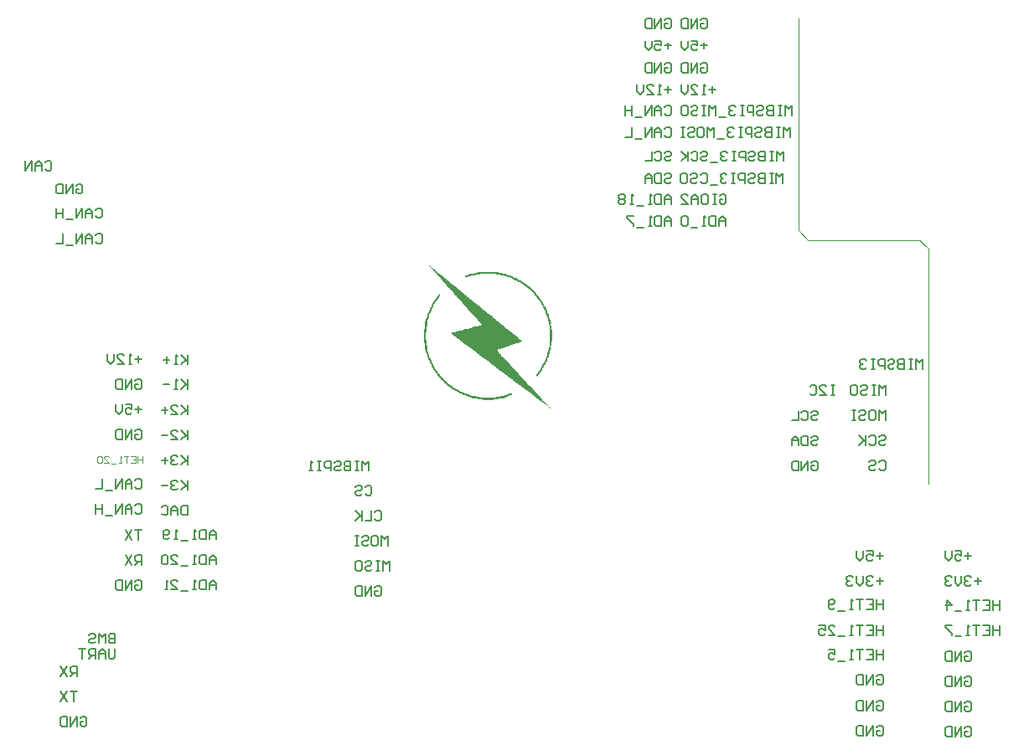
<source format=gbo>
G04 Layer_Color=32896*
%FSLAX25Y25*%
%MOIN*%
G70*
G01*
G75*
%ADD70C,0.00394*%
%ADD72C,0.00591*%
G36*
X371436Y718466D02*
X371549D01*
Y718352D01*
X371663D01*
Y718239D01*
X371776D01*
Y718126D01*
X371889D01*
Y718012D01*
X372003D01*
Y717899D01*
X372116D01*
Y717786D01*
X372229D01*
Y717673D01*
Y717559D01*
X372456D01*
Y717446D01*
Y717333D01*
X372909D01*
Y717220D01*
X373022D01*
Y717106D01*
X373135D01*
Y716993D01*
X373248D01*
Y716880D01*
X373362D01*
Y716767D01*
X373475D01*
Y716653D01*
X373588D01*
Y716540D01*
X373701D01*
Y716427D01*
X374041D01*
Y716314D01*
X374154D01*
Y716200D01*
X374268D01*
Y716087D01*
X374381D01*
Y715974D01*
X374494D01*
Y715861D01*
X374607D01*
Y715747D01*
Y715634D01*
X374834D01*
Y715521D01*
Y715408D01*
X375287D01*
Y715294D01*
X375400D01*
Y715181D01*
X375514D01*
Y715068D01*
X375627D01*
Y714954D01*
X375740D01*
Y714841D01*
X375853D01*
Y714728D01*
X375967D01*
Y714615D01*
X376080D01*
Y714501D01*
X376306D01*
Y714388D01*
Y714275D01*
X376759D01*
Y714162D01*
Y714048D01*
X376873D01*
Y713935D01*
X376986D01*
Y713822D01*
X377099D01*
Y713709D01*
X377212D01*
Y713595D01*
X377326D01*
Y713482D01*
X377439D01*
Y713369D01*
X377552D01*
Y713256D01*
X378005D01*
Y713142D01*
Y713029D01*
X378232D01*
Y712916D01*
Y712803D01*
X378458D01*
Y712689D01*
Y712576D01*
X378685D01*
Y712463D01*
Y712350D01*
X379138D01*
Y712236D01*
Y712123D01*
X379364D01*
Y712010D01*
Y711897D01*
X379591D01*
Y711783D01*
Y711670D01*
X379704D01*
Y711557D01*
X379817D01*
Y711443D01*
X379930D01*
Y711330D01*
X380157D01*
Y711217D01*
Y711104D01*
X380610D01*
Y710990D01*
Y710877D01*
X380837D01*
Y710764D01*
Y710651D01*
X381063D01*
Y710537D01*
Y710424D01*
X381290D01*
Y710311D01*
Y710198D01*
X381743D01*
Y710084D01*
Y709971D01*
X381969D01*
Y709858D01*
Y709745D01*
X382196D01*
Y709631D01*
X382309D01*
Y709518D01*
Y709405D01*
X382536D01*
Y709292D01*
Y709178D01*
X382762D01*
Y709065D01*
Y708952D01*
X383215D01*
Y708839D01*
Y708725D01*
X383442D01*
Y708612D01*
Y708499D01*
X383668D01*
Y708385D01*
Y708272D01*
X383895D01*
Y708159D01*
Y708046D01*
X384348D01*
Y707932D01*
X384461D01*
Y707819D01*
X384574D01*
Y707706D01*
X384687D01*
Y707593D01*
X384801D01*
Y707479D01*
X384914D01*
Y707366D01*
X385027D01*
Y707253D01*
X385140D01*
Y707140D01*
Y707026D01*
X385367D01*
Y706913D01*
Y706800D01*
X385820D01*
Y706686D01*
Y706573D01*
X386047D01*
Y706460D01*
Y706347D01*
X386273D01*
Y706234D01*
Y706120D01*
X386500D01*
Y706007D01*
X386613D01*
Y705894D01*
X386953D01*
Y705781D01*
X387066D01*
Y705667D01*
X387179D01*
Y705554D01*
X387292D01*
Y705441D01*
X387406D01*
Y705328D01*
X387519D01*
Y705214D01*
X387632D01*
Y705101D01*
X387745D01*
Y704988D01*
X387859D01*
Y704875D01*
X387972D01*
Y704761D01*
Y704648D01*
X388425D01*
Y704535D01*
X388538D01*
Y704421D01*
X388651D01*
Y704308D01*
X388765D01*
Y704195D01*
X388878D01*
Y704082D01*
X388991D01*
Y703968D01*
X389105D01*
Y703855D01*
X389218D01*
Y703742D01*
X389671D01*
Y703629D01*
Y703515D01*
X389897D01*
Y703402D01*
Y703289D01*
X390124D01*
Y703176D01*
Y703062D01*
X390350D01*
Y702949D01*
Y702836D01*
X390464D01*
Y702723D01*
X390803D01*
Y702609D01*
X390917D01*
Y702496D01*
X391030D01*
Y702383D01*
X391143D01*
Y702270D01*
X391256D01*
Y702156D01*
X391370D01*
Y702043D01*
X391596D01*
Y701930D01*
Y701817D01*
X391823D01*
Y701703D01*
Y701590D01*
X392276D01*
Y701477D01*
Y701363D01*
X392502D01*
Y701250D01*
Y701137D01*
X392729D01*
Y701024D01*
Y700910D01*
X392955D01*
Y700797D01*
Y700684D01*
X393069D01*
Y700571D01*
X393408D01*
Y700457D01*
X393522D01*
Y700344D01*
X393748D01*
Y700231D01*
Y700118D01*
X393975D01*
Y700004D01*
Y699891D01*
X394201D01*
Y699778D01*
Y699664D01*
X394428D01*
Y699551D01*
Y699438D01*
X394881D01*
Y699325D01*
Y699212D01*
X395107D01*
Y699098D01*
Y698985D01*
X395334D01*
Y698872D01*
Y698759D01*
X395560D01*
Y698645D01*
Y698532D01*
X396013D01*
Y698419D01*
X396127D01*
Y698306D01*
Y698192D01*
X396353D01*
Y698079D01*
Y697966D01*
X396580D01*
Y697852D01*
Y697739D01*
X396806D01*
Y697626D01*
Y697513D01*
X397259D01*
Y697399D01*
Y697286D01*
X397486D01*
Y697173D01*
Y697060D01*
X397712D01*
Y696946D01*
Y696833D01*
X397939D01*
Y696720D01*
X398052D01*
Y696607D01*
X398165D01*
Y696493D01*
X398278D01*
Y696380D01*
X398618D01*
Y696267D01*
X398731D01*
Y696154D01*
X398845D01*
Y696040D01*
X398958D01*
Y695927D01*
Y695814D01*
X399184D01*
Y695701D01*
Y695587D01*
X399411D01*
Y695474D01*
Y695361D01*
X399864D01*
Y695248D01*
Y695134D01*
X400091D01*
Y695021D01*
X400204D01*
Y694908D01*
X400317D01*
Y694794D01*
X400430D01*
Y694681D01*
X400544D01*
Y694568D01*
X400657D01*
Y694455D01*
X400997D01*
Y694341D01*
X401110D01*
Y694228D01*
X401223D01*
Y694115D01*
X401336D01*
Y694002D01*
X401450D01*
Y693888D01*
X401563D01*
Y693775D01*
X401676D01*
Y693662D01*
X401789D01*
Y693549D01*
Y693435D01*
X402016D01*
Y693322D01*
X402129D01*
Y693209D01*
X402469D01*
Y693096D01*
X402582D01*
Y692982D01*
X402696D01*
Y692869D01*
X402809D01*
Y692756D01*
X402922D01*
Y692642D01*
X403035D01*
Y692529D01*
X403149D01*
Y692416D01*
X403262D01*
Y692303D01*
X403715D01*
Y692190D01*
Y692076D01*
X403941D01*
Y691963D01*
Y691850D01*
X404168D01*
Y691737D01*
Y691623D01*
X404281D01*
Y691510D01*
X404394D01*
Y691397D01*
X404508D01*
Y691283D01*
X404621D01*
Y691170D01*
X404734D01*
Y691057D01*
X405187D01*
Y690944D01*
Y690830D01*
X405414D01*
Y690717D01*
Y690604D01*
X405640D01*
Y690491D01*
Y690377D01*
X405867D01*
Y690264D01*
Y690151D01*
X406320D01*
Y690038D01*
Y689924D01*
X406546D01*
Y689811D01*
Y689698D01*
X406773D01*
Y689584D01*
Y689471D01*
X406886D01*
Y689358D01*
X406999D01*
Y689245D01*
X407113D01*
Y689131D01*
X407339D01*
Y689018D01*
Y688905D01*
X407792D01*
Y688792D01*
Y688679D01*
X408019D01*
Y688565D01*
Y688452D01*
X408245D01*
Y688339D01*
Y688225D01*
X407566D01*
Y688112D01*
X407452D01*
Y687999D01*
X406773D01*
Y687886D01*
Y687772D01*
X406093D01*
Y687659D01*
Y687546D01*
X405414D01*
Y687433D01*
Y687319D01*
X404734D01*
Y687206D01*
X404621D01*
Y687093D01*
X404168D01*
Y686980D01*
Y686866D01*
X403488D01*
Y686753D01*
Y686640D01*
X402809D01*
Y686527D01*
Y686413D01*
X401903D01*
Y686300D01*
X401789D01*
Y686187D01*
Y686074D01*
X401110D01*
Y685960D01*
X400997D01*
Y685847D01*
X400657D01*
Y685734D01*
X400544D01*
Y685620D01*
X399864D01*
Y685507D01*
Y685394D01*
X399184D01*
Y685281D01*
Y685168D01*
X398392D01*
Y685054D01*
Y684941D01*
Y684828D01*
Y684715D01*
Y684601D01*
Y684488D01*
Y684375D01*
Y684261D01*
Y684148D01*
X398731D01*
Y684035D01*
Y683922D01*
X398958D01*
Y683808D01*
Y683695D01*
X399184D01*
Y683582D01*
Y683469D01*
X399411D01*
Y683355D01*
Y683242D01*
X399638D01*
Y683129D01*
Y683016D01*
X399864D01*
Y682902D01*
Y682789D01*
Y682676D01*
Y682562D01*
Y682449D01*
X400091D01*
Y682336D01*
X400204D01*
Y682223D01*
X400317D01*
Y682109D01*
X400430D01*
Y681996D01*
X400657D01*
Y681883D01*
Y681770D01*
X400883D01*
Y681657D01*
Y681543D01*
X401110D01*
Y681430D01*
Y681317D01*
X401336D01*
Y681203D01*
Y681090D01*
X401563D01*
Y680977D01*
Y680864D01*
X401789D01*
Y680750D01*
Y680637D01*
X402016D01*
Y680524D01*
Y680411D01*
X402129D01*
Y680297D01*
X402242D01*
Y680184D01*
X402356D01*
Y680071D01*
X402469D01*
Y679958D01*
X402582D01*
Y679844D01*
X402696D01*
Y679731D01*
X402809D01*
Y679618D01*
X403035D01*
Y679505D01*
Y679391D01*
X403262D01*
Y679278D01*
Y679165D01*
X403488D01*
Y679051D01*
Y678938D01*
X403375D01*
Y678825D01*
Y678712D01*
X403715D01*
Y678598D01*
Y678485D01*
X403941D01*
Y678372D01*
Y678259D01*
X404055D01*
Y678145D01*
X404168D01*
Y678032D01*
X404281D01*
Y677919D01*
X404394D01*
Y677806D01*
X404508D01*
Y677692D01*
X404621D01*
Y677579D01*
X404734D01*
Y677466D01*
X404847D01*
Y677353D01*
X404961D01*
Y677239D01*
X405074D01*
Y677126D01*
X405187D01*
Y677013D01*
X405300D01*
Y676900D01*
X405414D01*
Y676786D01*
X405640D01*
Y676673D01*
Y676560D01*
X405867D01*
Y676447D01*
Y676333D01*
X406093D01*
Y676220D01*
Y676107D01*
X406207D01*
Y675994D01*
X406320D01*
Y675880D01*
X406433D01*
Y675767D01*
X406546D01*
Y675654D01*
X406660D01*
Y675540D01*
X406773D01*
Y675427D01*
Y675314D01*
Y675201D01*
Y675087D01*
X406999D01*
Y674974D01*
X407113D01*
Y674861D01*
X407226D01*
Y674748D01*
X407339D01*
Y674635D01*
X407452D01*
Y674521D01*
X407566D01*
Y674408D01*
X407679D01*
Y674295D01*
X407792D01*
Y674181D01*
X407905D01*
Y674068D01*
X408019D01*
Y673955D01*
X408132D01*
Y673842D01*
X408245D01*
Y673728D01*
X408358D01*
Y673615D01*
X408472D01*
Y673502D01*
Y673389D01*
X408698D01*
Y673275D01*
Y673162D01*
X408925D01*
Y673049D01*
X409038D01*
Y672936D01*
X409151D01*
Y672822D01*
X409265D01*
Y672709D01*
X409378D01*
Y672596D01*
X409491D01*
Y672482D01*
X409604D01*
Y672369D01*
X409718D01*
Y672256D01*
X409831D01*
Y672143D01*
X409944D01*
Y672029D01*
X410057D01*
Y671916D01*
X410171D01*
Y671803D01*
X410057D01*
Y671690D01*
Y671576D01*
X410171D01*
Y671463D01*
X410397D01*
Y671350D01*
Y671237D01*
X410624D01*
Y671123D01*
Y671010D01*
X410850D01*
Y670897D01*
Y670784D01*
X411077D01*
Y670670D01*
Y670557D01*
X411303D01*
Y670444D01*
Y670331D01*
X411530D01*
Y670217D01*
X411643D01*
Y670104D01*
X411756D01*
Y669991D01*
X411869D01*
Y669878D01*
X411983D01*
Y669764D01*
X412096D01*
Y669651D01*
X412209D01*
Y669538D01*
X412322D01*
Y669424D01*
X412436D01*
Y669311D01*
X412549D01*
Y669198D01*
Y669085D01*
X412776D01*
Y668972D01*
Y668858D01*
X413002D01*
Y668745D01*
Y668632D01*
X413229D01*
Y668518D01*
Y668405D01*
X413455D01*
Y668292D01*
Y668179D01*
Y668065D01*
Y667952D01*
X413682D01*
Y667839D01*
Y667726D01*
X413908D01*
Y667612D01*
X414021D01*
Y667499D01*
X414135D01*
Y667386D01*
X414248D01*
Y667273D01*
X414361D01*
Y667159D01*
X414474D01*
Y667046D01*
Y666933D01*
X414701D01*
Y666820D01*
Y666706D01*
X414927D01*
Y666593D01*
Y666480D01*
X415154D01*
Y666367D01*
Y666253D01*
X415380D01*
Y666140D01*
Y666027D01*
X415607D01*
Y665914D01*
Y665800D01*
X415833D01*
Y665687D01*
Y665574D01*
X416060D01*
Y665460D01*
X416173D01*
Y665347D01*
X416287D01*
Y665234D01*
Y665121D01*
Y665007D01*
Y664894D01*
Y664781D01*
X416626D01*
Y664668D01*
Y664555D01*
X416853D01*
Y664441D01*
Y664328D01*
X417079D01*
Y664215D01*
Y664101D01*
X417306D01*
Y663988D01*
Y663875D01*
X417532D01*
Y663762D01*
Y663648D01*
X417759D01*
Y663535D01*
Y663422D01*
X417985D01*
Y663309D01*
Y663195D01*
X418212D01*
Y663082D01*
Y662969D01*
X418438D01*
Y662856D01*
X418552D01*
Y662742D01*
X418665D01*
Y662629D01*
X418778D01*
Y662516D01*
X418891D01*
Y662402D01*
X419005D01*
Y662289D01*
Y662176D01*
X419231D01*
Y662063D01*
Y661949D01*
X419458D01*
Y661836D01*
Y661723D01*
X419684D01*
Y661610D01*
Y661496D01*
X419458D01*
Y661610D01*
X419344D01*
Y661723D01*
X419231D01*
Y661836D01*
X419118D01*
Y661949D01*
X419005D01*
Y662063D01*
X418891D01*
Y662176D01*
Y662289D01*
X418665D01*
Y662402D01*
Y662516D01*
X418212D01*
Y662629D01*
Y662742D01*
X417985D01*
Y662856D01*
Y662969D01*
X417759D01*
Y663082D01*
Y663195D01*
X417306D01*
Y663309D01*
X417193D01*
Y663422D01*
X417079D01*
Y663535D01*
X416966D01*
Y663648D01*
X416853D01*
Y663762D01*
X416740D01*
Y663875D01*
X416626D01*
Y663988D01*
X416287D01*
Y664101D01*
X416173D01*
Y664215D01*
X416060D01*
Y664328D01*
Y664441D01*
X415833D01*
Y664555D01*
Y664668D01*
X415380D01*
Y664781D01*
X415267D01*
Y664894D01*
X415154D01*
Y665007D01*
X415041D01*
Y665121D01*
X414927D01*
Y665234D01*
X414814D01*
Y665347D01*
X414361D01*
Y665460D01*
Y665574D01*
X414135D01*
Y665687D01*
Y665800D01*
X413908D01*
Y665914D01*
Y666027D01*
X413455D01*
Y666140D01*
Y666253D01*
X413342D01*
Y666367D01*
X413229D01*
Y666480D01*
X413115D01*
Y666593D01*
X413002D01*
Y666706D01*
X412889D01*
Y666820D01*
X412436D01*
Y666933D01*
Y667046D01*
X412209D01*
Y667159D01*
Y667273D01*
X411983D01*
Y667386D01*
Y667499D01*
X411530D01*
Y667612D01*
Y667726D01*
X411303D01*
Y667839D01*
Y667952D01*
X411077D01*
Y668065D01*
Y668179D01*
X410624D01*
Y668292D01*
X410510D01*
Y668405D01*
X410397D01*
Y668518D01*
X410284D01*
Y668632D01*
Y668745D01*
X410057D01*
Y668858D01*
Y668972D01*
X409604D01*
Y669085D01*
Y669198D01*
X409378D01*
Y669311D01*
Y669424D01*
X409151D01*
Y669538D01*
Y669651D01*
X408698D01*
Y669764D01*
Y669878D01*
X408472D01*
Y669991D01*
X408358D01*
Y670104D01*
X408245D01*
Y670217D01*
X408132D01*
Y670331D01*
X407792D01*
Y670444D01*
X407679D01*
Y670557D01*
X407566D01*
Y670670D01*
X407452D01*
Y670784D01*
X407339D01*
Y670897D01*
X407226D01*
Y671010D01*
Y671123D01*
X406773D01*
Y671237D01*
Y671350D01*
X406546D01*
Y671463D01*
X406433D01*
Y671576D01*
X406320D01*
Y671690D01*
X406207D01*
Y671803D01*
X405867D01*
Y671916D01*
X405754D01*
Y672029D01*
X405640D01*
Y672143D01*
X405527D01*
Y672256D01*
X405300D01*
Y672369D01*
Y672482D01*
X404847D01*
Y672596D01*
Y672709D01*
X404621D01*
Y672822D01*
Y672936D01*
X404508D01*
Y673049D01*
X404394D01*
Y673162D01*
X404281D01*
Y673275D01*
X403941D01*
Y673389D01*
X403828D01*
Y673502D01*
X403602D01*
Y673615D01*
Y673728D01*
X403375D01*
Y673842D01*
Y673955D01*
X402922D01*
Y674068D01*
Y674181D01*
X402696D01*
Y674295D01*
Y674408D01*
X402469D01*
Y674521D01*
Y674635D01*
X402016D01*
Y674748D01*
Y674861D01*
X401789D01*
Y674974D01*
Y675087D01*
X401563D01*
Y675201D01*
X401450D01*
Y675314D01*
Y675427D01*
X400997D01*
Y675540D01*
Y675654D01*
X400770D01*
Y675767D01*
Y675880D01*
X400544D01*
Y675994D01*
Y676107D01*
X400091D01*
Y676220D01*
Y676333D01*
X399864D01*
Y676447D01*
Y676560D01*
X399638D01*
Y676673D01*
Y676786D01*
X399184D01*
Y676900D01*
X399071D01*
Y677013D01*
X398958D01*
Y677126D01*
X398845D01*
Y677239D01*
X398731D01*
Y677353D01*
X398618D01*
Y677466D01*
Y677579D01*
X398392D01*
Y677692D01*
Y677806D01*
X397939D01*
Y677919D01*
Y678032D01*
X397712D01*
Y678145D01*
Y678259D01*
X397259D01*
Y678372D01*
X397146D01*
Y678485D01*
X397032D01*
Y678598D01*
X396919D01*
Y678712D01*
X396806D01*
Y678825D01*
X396693D01*
Y678938D01*
X396240D01*
Y679051D01*
Y679165D01*
X396013D01*
Y679278D01*
Y679391D01*
X395787D01*
Y679505D01*
Y679618D01*
X395673D01*
Y679731D01*
X395560D01*
Y679844D01*
X395447D01*
Y679958D01*
X395107D01*
Y680071D01*
X394994D01*
Y680184D01*
X394881D01*
Y680297D01*
X394767D01*
Y680411D01*
X394654D01*
Y680524D01*
X394541D01*
Y680637D01*
X394088D01*
Y680750D01*
Y680864D01*
X393861D01*
Y680977D01*
Y681090D01*
X393635D01*
Y681203D01*
Y681317D01*
X393182D01*
Y681430D01*
Y681543D01*
X392955D01*
Y681657D01*
Y681770D01*
X392729D01*
Y681883D01*
Y681996D01*
X392616D01*
Y682109D01*
X392162D01*
Y682223D01*
Y682336D01*
X391936D01*
Y682449D01*
Y682562D01*
X391709D01*
Y682676D01*
Y682789D01*
X391256D01*
Y682902D01*
Y683016D01*
X391030D01*
Y683129D01*
Y683242D01*
X390803D01*
Y683355D01*
Y683469D01*
X390350D01*
Y683582D01*
X390237D01*
Y683695D01*
X390124D01*
Y683808D01*
X390011D01*
Y683922D01*
X389897D01*
Y684035D01*
X389784D01*
Y684148D01*
Y684261D01*
X389331D01*
Y684375D01*
Y684488D01*
X389105D01*
Y684601D01*
Y684715D01*
X388878D01*
Y684828D01*
Y684941D01*
X388425D01*
Y685054D01*
Y685168D01*
X388198D01*
Y685281D01*
X388085D01*
Y685394D01*
X387972D01*
Y685507D01*
X387859D01*
Y685620D01*
X387519D01*
Y685734D01*
X387406D01*
Y685847D01*
X387292D01*
Y685960D01*
X387179D01*
Y686074D01*
X387066D01*
Y686187D01*
X386953D01*
Y686300D01*
X386839D01*
Y686413D01*
X386500D01*
Y686527D01*
X386386D01*
Y686640D01*
X386273D01*
Y686753D01*
X386160D01*
Y686866D01*
X386047D01*
Y686980D01*
X385933D01*
Y687093D01*
X385593D01*
Y687206D01*
X385480D01*
Y687319D01*
X385367D01*
Y687433D01*
X385254D01*
Y687546D01*
X385027D01*
Y687659D01*
Y687772D01*
X384574D01*
Y687886D01*
Y687999D01*
X384348D01*
Y688112D01*
Y688225D01*
X384121D01*
Y688339D01*
Y688452D01*
X383895D01*
Y688565D01*
X383668D01*
Y688679D01*
X383555D01*
Y688792D01*
X383442D01*
Y688905D01*
X383328D01*
Y689018D01*
X383102D01*
Y689131D01*
Y689245D01*
X382649D01*
Y689358D01*
Y689471D01*
X382422D01*
Y689584D01*
Y689698D01*
X382196D01*
Y689811D01*
Y689924D01*
X381743D01*
Y690038D01*
Y690151D01*
X381516D01*
Y690264D01*
Y690377D01*
X381290D01*
Y690491D01*
Y690604D01*
X380837D01*
Y690717D01*
X380723D01*
Y690830D01*
Y690944D01*
X380497D01*
Y691057D01*
Y691170D01*
X380270D01*
Y691283D01*
Y691397D01*
X380044D01*
Y691510D01*
Y691623D01*
Y691737D01*
X380157D01*
Y691850D01*
X380950D01*
Y691963D01*
X381063D01*
Y692076D01*
X381743D01*
Y692190D01*
Y692303D01*
X382649D01*
Y692416D01*
Y692529D01*
X383555D01*
Y692642D01*
X383668D01*
Y692756D01*
X384348D01*
Y692869D01*
Y692982D01*
X385254D01*
Y693096D01*
Y693209D01*
X386160D01*
Y693322D01*
X386273D01*
Y693435D01*
X387179D01*
Y693549D01*
Y693662D01*
X388085D01*
Y693775D01*
X388198D01*
Y693888D01*
X388765D01*
Y694002D01*
X388878D01*
Y694115D01*
Y694228D01*
X389784D01*
Y694341D01*
X389897D01*
Y694455D01*
X390803D01*
Y694568D01*
Y694681D01*
X391709D01*
Y694794D01*
Y694908D01*
X392049D01*
Y695021D01*
Y695134D01*
Y695248D01*
Y695361D01*
Y695474D01*
X391709D01*
Y695587D01*
Y695701D01*
X391483D01*
Y695814D01*
Y695927D01*
X391256D01*
Y696040D01*
Y696154D01*
X391030D01*
Y696267D01*
Y696380D01*
X390803D01*
Y696493D01*
Y696607D01*
X390577D01*
Y696720D01*
Y696833D01*
Y696946D01*
Y697060D01*
X390350D01*
Y697173D01*
X390237D01*
Y697286D01*
X390124D01*
Y697399D01*
X390011D01*
Y697513D01*
Y697626D01*
X389784D01*
Y697739D01*
Y697852D01*
X389558D01*
Y697966D01*
Y698079D01*
X389331D01*
Y698192D01*
Y698306D01*
X389105D01*
Y698419D01*
Y698532D01*
X388878D01*
Y698645D01*
Y698759D01*
X388651D01*
Y698872D01*
Y698985D01*
X388425D01*
Y699098D01*
Y699212D01*
Y699325D01*
Y699438D01*
X388198D01*
Y699551D01*
Y699664D01*
X388085D01*
Y699778D01*
X387859D01*
Y699891D01*
Y700004D01*
X387632D01*
Y700118D01*
Y700231D01*
X387406D01*
Y700344D01*
Y700457D01*
X387179D01*
Y700571D01*
Y700684D01*
X386953D01*
Y700797D01*
Y700910D01*
X386726D01*
Y701024D01*
Y701137D01*
X386500D01*
Y701250D01*
Y701363D01*
Y701477D01*
Y701590D01*
X386273D01*
Y701703D01*
Y701817D01*
X386047D01*
Y701930D01*
Y702043D01*
X385933D01*
Y702156D01*
X385820D01*
Y702270D01*
X385707D01*
Y702383D01*
X385480D01*
Y702496D01*
Y702609D01*
X385254D01*
Y702723D01*
Y702836D01*
X385027D01*
Y702949D01*
Y703062D01*
X384801D01*
Y703176D01*
Y703289D01*
X384574D01*
Y703402D01*
Y703515D01*
X384348D01*
Y703629D01*
Y703742D01*
Y703855D01*
Y703968D01*
X384121D01*
Y704082D01*
Y704195D01*
X384008D01*
Y704308D01*
X383895D01*
Y704421D01*
X383781D01*
Y704535D01*
X383668D01*
Y704648D01*
X383555D01*
Y704761D01*
X383442D01*
Y704875D01*
X383328D01*
Y704988D01*
X383215D01*
Y705101D01*
X383102D01*
Y705214D01*
X382875D01*
Y705328D01*
Y705441D01*
X382649D01*
Y705554D01*
Y705667D01*
X382422D01*
Y705781D01*
Y705894D01*
X382536D01*
Y706007D01*
Y706120D01*
X382196D01*
Y706234D01*
Y706347D01*
X382083D01*
Y706460D01*
X381969D01*
Y706573D01*
X381856D01*
Y706686D01*
X381743D01*
Y706800D01*
X381629D01*
Y706913D01*
X381516D01*
Y707026D01*
X381403D01*
Y707140D01*
X381290D01*
Y707253D01*
X381176D01*
Y707366D01*
X381063D01*
Y707479D01*
X380950D01*
Y707593D01*
X380837D01*
Y707706D01*
X380723D01*
Y707819D01*
X380610D01*
Y707932D01*
X380497D01*
Y708046D01*
X380384D01*
Y708159D01*
X380270D01*
Y708272D01*
X380384D01*
Y708385D01*
Y708499D01*
X380157D01*
Y708612D01*
X380044D01*
Y708725D01*
X379930D01*
Y708839D01*
X379817D01*
Y708952D01*
Y709065D01*
X379591D01*
Y709178D01*
Y709292D01*
X379364D01*
Y709405D01*
Y709518D01*
X379138D01*
Y709631D01*
X379025D01*
Y709745D01*
X378911D01*
Y709858D01*
X378798D01*
Y709971D01*
X378685D01*
Y710084D01*
X378571D01*
Y710198D01*
X378458D01*
Y710311D01*
X378345D01*
Y710424D01*
X378232D01*
Y710537D01*
X378118D01*
Y710651D01*
X378232D01*
Y710764D01*
Y710877D01*
X378118D01*
Y710990D01*
X377892D01*
Y711104D01*
Y711217D01*
X377665D01*
Y711330D01*
Y711443D01*
X377439D01*
Y711557D01*
Y711670D01*
X377212D01*
Y711783D01*
Y711897D01*
X376986D01*
Y712010D01*
Y712123D01*
X376759D01*
Y712236D01*
X376646D01*
Y712350D01*
X376533D01*
Y712463D01*
Y712576D01*
Y712689D01*
Y712803D01*
X376306D01*
Y712916D01*
X376193D01*
Y713029D01*
X376080D01*
Y713142D01*
X375967D01*
Y713256D01*
Y713369D01*
X375740D01*
Y713482D01*
Y713595D01*
X375514D01*
Y713709D01*
Y713822D01*
X375287D01*
Y713935D01*
Y714048D01*
X375060D01*
Y714162D01*
Y714275D01*
X374834D01*
Y714388D01*
Y714501D01*
X374607D01*
Y714615D01*
Y714728D01*
X374381D01*
Y714841D01*
X374268D01*
Y714954D01*
X374154D01*
Y715068D01*
Y715181D01*
Y715294D01*
Y715408D01*
Y715521D01*
X373815D01*
Y715634D01*
Y715747D01*
X373588D01*
Y715861D01*
Y715974D01*
X373362D01*
Y716087D01*
Y716200D01*
X373135D01*
Y716314D01*
Y716427D01*
X372909D01*
Y716540D01*
Y716653D01*
X372682D01*
Y716767D01*
Y716880D01*
X372456D01*
Y716993D01*
Y717106D01*
Y717220D01*
Y717333D01*
X372229D01*
Y717446D01*
Y717559D01*
X372003D01*
Y717673D01*
X371889D01*
Y717786D01*
Y717899D01*
X371663D01*
Y718012D01*
Y718126D01*
X371436D01*
Y718239D01*
Y718352D01*
X371210D01*
Y718466D01*
Y718579D01*
X371436D01*
Y718466D01*
D02*
G37*
G36*
X375400Y707140D02*
Y707026D01*
X375627D01*
Y706913D01*
Y706800D01*
X375853D01*
Y706686D01*
X375740D01*
Y706573D01*
X375627D01*
Y706460D01*
X375400D01*
Y706347D01*
X375287D01*
Y706234D01*
Y706120D01*
Y706007D01*
Y705894D01*
X375060D01*
Y705781D01*
Y705667D01*
X374834D01*
Y705554D01*
Y705441D01*
X374607D01*
Y705328D01*
Y705214D01*
Y705101D01*
Y704988D01*
X374381D01*
Y704875D01*
Y704761D01*
X374154D01*
Y704648D01*
X374041D01*
Y704535D01*
X374154D01*
Y704421D01*
Y704308D01*
X374041D01*
Y704195D01*
X373928D01*
Y704082D01*
X373815D01*
Y703968D01*
X373588D01*
Y703855D01*
Y703742D01*
Y703629D01*
Y703515D01*
X373475D01*
Y703402D01*
X373362D01*
Y703289D01*
X373135D01*
Y703176D01*
Y703062D01*
Y702949D01*
Y702836D01*
X372909D01*
Y702723D01*
Y702609D01*
Y702496D01*
Y702383D01*
X372682D01*
Y702270D01*
Y702156D01*
Y702043D01*
Y701930D01*
Y701817D01*
X372456D01*
Y701703D01*
Y701590D01*
Y701477D01*
Y701363D01*
X372229D01*
Y701250D01*
Y701137D01*
Y701024D01*
Y700910D01*
X372003D01*
Y700797D01*
Y700684D01*
Y700571D01*
Y700457D01*
X371663D01*
Y700344D01*
Y700231D01*
Y700118D01*
Y700004D01*
Y699891D01*
X371776D01*
Y699778D01*
X371549D01*
Y699664D01*
X371436D01*
Y699551D01*
Y699438D01*
X371549D01*
Y699325D01*
X371436D01*
Y699212D01*
X371210D01*
Y699098D01*
Y698985D01*
Y698872D01*
Y698759D01*
Y698645D01*
Y698532D01*
X370983D01*
Y698419D01*
Y698306D01*
Y698192D01*
Y698079D01*
Y697966D01*
Y697852D01*
Y697739D01*
Y697626D01*
X370757D01*
Y697513D01*
Y697399D01*
Y697286D01*
Y697173D01*
Y697060D01*
Y696946D01*
Y696833D01*
X370530D01*
Y696720D01*
Y696607D01*
Y696493D01*
Y696380D01*
Y696267D01*
Y696154D01*
Y696040D01*
Y695927D01*
X370304D01*
Y695814D01*
Y695701D01*
Y695587D01*
Y695474D01*
Y695361D01*
Y695248D01*
Y695134D01*
Y695021D01*
Y694908D01*
Y694794D01*
Y694681D01*
Y694568D01*
Y694455D01*
X370077D01*
Y694341D01*
Y694228D01*
Y694115D01*
Y694002D01*
Y693888D01*
Y693775D01*
Y693662D01*
Y693549D01*
Y693435D01*
Y693322D01*
Y693209D01*
Y693096D01*
Y692982D01*
Y692869D01*
Y692756D01*
Y692642D01*
Y692529D01*
Y692416D01*
Y692303D01*
Y692190D01*
Y692076D01*
X369851D01*
Y691963D01*
Y691850D01*
Y691737D01*
Y691623D01*
Y691510D01*
Y691397D01*
Y691283D01*
Y691170D01*
Y691057D01*
Y690944D01*
Y690830D01*
Y690717D01*
Y690604D01*
Y690491D01*
Y690377D01*
Y690264D01*
Y690151D01*
Y690038D01*
Y689924D01*
Y689811D01*
Y689698D01*
Y689584D01*
Y689471D01*
Y689358D01*
Y689245D01*
Y689131D01*
X370077D01*
Y689018D01*
Y688905D01*
Y688792D01*
Y688679D01*
Y688565D01*
Y688452D01*
Y688339D01*
Y688225D01*
Y688112D01*
Y687999D01*
Y687886D01*
Y687772D01*
Y687659D01*
Y687546D01*
Y687433D01*
Y687319D01*
Y687206D01*
Y687093D01*
Y686980D01*
Y686866D01*
Y686753D01*
X370304D01*
Y686640D01*
Y686527D01*
Y686413D01*
Y686300D01*
Y686187D01*
Y686074D01*
Y685960D01*
Y685847D01*
Y685734D01*
Y685620D01*
Y685507D01*
Y685394D01*
X370530D01*
Y685281D01*
Y685168D01*
Y685054D01*
Y684941D01*
Y684828D01*
Y684715D01*
Y684601D01*
Y684488D01*
Y684375D01*
X370757D01*
Y684261D01*
Y684148D01*
Y684035D01*
Y683922D01*
Y683808D01*
Y683695D01*
Y683582D01*
Y683469D01*
X370983D01*
Y683355D01*
Y683242D01*
Y683129D01*
Y683016D01*
Y682902D01*
Y682789D01*
X371096D01*
Y682676D01*
X371210D01*
Y682562D01*
Y682449D01*
Y682336D01*
Y682223D01*
Y682109D01*
Y681996D01*
X371549D01*
Y681883D01*
X371436D01*
Y681770D01*
Y681657D01*
Y681543D01*
X371776D01*
Y681430D01*
Y681317D01*
X371663D01*
Y681203D01*
Y681090D01*
Y680977D01*
Y680864D01*
X372003D01*
Y680750D01*
Y680637D01*
Y680524D01*
Y680411D01*
Y680297D01*
X372229D01*
Y680184D01*
Y680071D01*
Y679958D01*
Y679844D01*
X372456D01*
Y679731D01*
Y679618D01*
Y679505D01*
Y679391D01*
X372682D01*
Y679278D01*
Y679165D01*
Y679051D01*
Y678938D01*
X372909D01*
Y678825D01*
Y678712D01*
Y678598D01*
Y678485D01*
X373135D01*
Y678372D01*
Y678259D01*
Y678145D01*
Y678032D01*
Y677919D01*
X373475D01*
Y677806D01*
Y677692D01*
X373588D01*
Y677579D01*
Y677466D01*
Y677353D01*
Y677239D01*
X373928D01*
Y677126D01*
Y677013D01*
X374154D01*
Y676900D01*
Y676786D01*
X374041D01*
Y676673D01*
Y676560D01*
X374381D01*
Y676447D01*
Y676333D01*
X374607D01*
Y676220D01*
Y676107D01*
Y675994D01*
Y675880D01*
Y675767D01*
X374834D01*
Y675654D01*
X374947D01*
Y675540D01*
X375060D01*
Y675427D01*
X375174D01*
Y675314D01*
X375287D01*
Y675201D01*
X375400D01*
Y675087D01*
X375514D01*
Y674974D01*
Y674861D01*
Y674748D01*
Y674635D01*
X375740D01*
Y674521D01*
X375853D01*
Y674408D01*
X375967D01*
Y674295D01*
X376080D01*
Y674181D01*
X376193D01*
Y674068D01*
X376306D01*
Y673955D01*
X376419D01*
Y673842D01*
X376533D01*
Y673728D01*
X376646D01*
Y673615D01*
X376759D01*
Y673502D01*
X376873D01*
Y673389D01*
X376986D01*
Y673275D01*
Y673162D01*
X377212D01*
Y673049D01*
X377326D01*
Y672936D01*
X377439D01*
Y672822D01*
X377552D01*
Y672709D01*
X377665D01*
Y672596D01*
X377779D01*
Y672482D01*
X377892D01*
Y672369D01*
X378005D01*
Y672256D01*
X378118D01*
Y672143D01*
X378232D01*
Y672029D01*
X378345D01*
Y671916D01*
X378458D01*
Y671803D01*
X378571D01*
Y671690D01*
X378685D01*
Y671576D01*
X378798D01*
Y671463D01*
X379138D01*
Y671350D01*
X379251D01*
Y671237D01*
X379364D01*
Y671123D01*
X379478D01*
Y671010D01*
X379591D01*
Y670897D01*
X379704D01*
Y670784D01*
X379817D01*
Y670670D01*
X379930D01*
Y670557D01*
X380384D01*
Y670444D01*
Y670331D01*
X380610D01*
Y670217D01*
Y670104D01*
X381063D01*
Y669991D01*
Y669878D01*
X381290D01*
Y669764D01*
Y669651D01*
X381743D01*
Y669538D01*
Y669424D01*
X381969D01*
Y669311D01*
X382309D01*
Y669198D01*
Y669085D01*
X382536D01*
Y668972D01*
Y668858D01*
X382989D01*
Y668745D01*
Y668632D01*
X383442D01*
Y668518D01*
Y668405D01*
X383895D01*
Y668292D01*
Y668179D01*
X384348D01*
Y668065D01*
X384461D01*
Y667952D01*
X385140D01*
Y667839D01*
Y667726D01*
X385593D01*
Y667612D01*
Y667499D01*
X386273D01*
Y667386D01*
Y667273D01*
X386953D01*
Y667159D01*
X387066D01*
Y667046D01*
Y666933D01*
X387745D01*
Y666820D01*
Y666706D01*
X388651D01*
Y666593D01*
X388765D01*
Y666480D01*
X389897D01*
Y666367D01*
Y666253D01*
X391256D01*
Y666140D01*
X391370D01*
Y666027D01*
X397939D01*
Y666140D01*
Y666253D01*
X399298D01*
Y666367D01*
X399411D01*
Y666480D01*
X400544D01*
Y666593D01*
Y666706D01*
X401223D01*
Y666820D01*
Y666933D01*
X401903D01*
Y667046D01*
X402016D01*
Y667159D01*
Y667273D01*
X402696D01*
Y667386D01*
Y667499D01*
X403375D01*
Y667612D01*
X403488D01*
Y667726D01*
X403941D01*
Y667612D01*
Y667499D01*
X404168D01*
Y667386D01*
Y667273D01*
Y667159D01*
Y667046D01*
X403941D01*
Y666933D01*
Y666820D01*
X403262D01*
Y666706D01*
Y666593D01*
X402582D01*
Y666480D01*
X402469D01*
Y666367D01*
X401903D01*
Y666253D01*
X401789D01*
Y666140D01*
Y666027D01*
X401110D01*
Y665914D01*
X400997D01*
Y665800D01*
X399864D01*
Y665687D01*
Y665574D01*
X398731D01*
Y665460D01*
Y665347D01*
X396806D01*
Y665234D01*
Y665121D01*
X392502D01*
Y665234D01*
X392389D01*
Y665347D01*
X390577D01*
Y665460D01*
Y665574D01*
X389105D01*
Y665687D01*
Y665800D01*
X388198D01*
Y665914D01*
Y666027D01*
X387519D01*
Y666140D01*
X387406D01*
Y666253D01*
Y666367D01*
X386500D01*
Y666480D01*
X386386D01*
Y666593D01*
X386047D01*
Y666706D01*
X385933D01*
Y666820D01*
X385254D01*
Y666933D01*
Y667046D01*
X384574D01*
Y667159D01*
Y667273D01*
X384121D01*
Y667386D01*
Y667499D01*
X383668D01*
Y667612D01*
Y667726D01*
X383215D01*
Y667839D01*
X383102D01*
Y667952D01*
X382762D01*
Y668065D01*
X382649D01*
Y668179D01*
X382196D01*
Y668292D01*
Y668405D01*
X382083D01*
Y668518D01*
X381743D01*
Y668632D01*
X381629D01*
Y668745D01*
X381516D01*
Y668858D01*
X381403D01*
Y668972D01*
X381063D01*
Y669085D01*
X380950D01*
Y669198D01*
X380497D01*
Y669311D01*
Y669424D01*
X380270D01*
Y669538D01*
Y669651D01*
X379817D01*
Y669764D01*
Y669878D01*
X379591D01*
Y669991D01*
Y670104D01*
X379364D01*
Y670217D01*
Y670331D01*
X378911D01*
Y670444D01*
X378798D01*
Y670557D01*
X378685D01*
Y670670D01*
X378571D01*
Y670784D01*
Y670897D01*
X378345D01*
Y671010D01*
Y671123D01*
X378118D01*
Y671237D01*
Y671350D01*
X377892D01*
Y671463D01*
Y671576D01*
X377439D01*
Y671690D01*
Y671803D01*
X377212D01*
Y671916D01*
Y672029D01*
X376986D01*
Y672143D01*
Y672256D01*
X376759D01*
Y672369D01*
X376646D01*
Y672482D01*
X376533D01*
Y672596D01*
X376419D01*
Y672709D01*
X376306D01*
Y672822D01*
X376193D01*
Y672936D01*
Y673049D01*
X375967D01*
Y673162D01*
Y673275D01*
X375740D01*
Y673389D01*
Y673502D01*
X375514D01*
Y673615D01*
Y673728D01*
X375627D01*
Y673842D01*
Y673955D01*
X375287D01*
Y674068D01*
Y674181D01*
X375060D01*
Y674295D01*
Y674408D01*
X374834D01*
Y674521D01*
Y674635D01*
X374607D01*
Y674748D01*
Y674861D01*
X374381D01*
Y674974D01*
Y675087D01*
Y675201D01*
Y675314D01*
Y675427D01*
X374041D01*
Y675540D01*
Y675654D01*
X373815D01*
Y675767D01*
Y675880D01*
X373588D01*
Y675994D01*
X373701D01*
Y676107D01*
Y676220D01*
Y676333D01*
X373362D01*
Y676447D01*
Y676560D01*
X373135D01*
Y676673D01*
Y676786D01*
Y676900D01*
Y677013D01*
X372909D01*
Y677126D01*
Y677239D01*
X372682D01*
Y677353D01*
Y677466D01*
Y677579D01*
Y677692D01*
Y677806D01*
X372456D01*
Y677919D01*
Y678032D01*
Y678145D01*
Y678259D01*
X372229D01*
Y678372D01*
Y678485D01*
Y678598D01*
Y678712D01*
X372003D01*
Y678825D01*
Y678938D01*
Y679051D01*
Y679165D01*
X371776D01*
Y679278D01*
Y679391D01*
Y679505D01*
Y679618D01*
X371663D01*
Y679731D01*
X371549D01*
Y679844D01*
Y679958D01*
Y680071D01*
Y680184D01*
X371210D01*
Y680297D01*
X371323D01*
Y680411D01*
Y680524D01*
Y680637D01*
X370983D01*
Y680750D01*
Y680864D01*
X371096D01*
Y680977D01*
Y681090D01*
X370757D01*
Y681203D01*
Y681317D01*
Y681430D01*
Y681543D01*
Y681657D01*
Y681770D01*
Y681883D01*
X370530D01*
Y681996D01*
Y682109D01*
Y682223D01*
Y682336D01*
Y682449D01*
Y682562D01*
X370304D01*
Y682676D01*
Y682789D01*
Y682902D01*
Y683016D01*
Y683129D01*
Y683242D01*
X370077D01*
Y683355D01*
Y683469D01*
Y683582D01*
Y683695D01*
Y683808D01*
Y683922D01*
X369851D01*
Y684035D01*
Y684148D01*
Y684261D01*
Y684375D01*
Y684488D01*
Y684601D01*
Y684715D01*
Y684828D01*
Y684941D01*
X369624D01*
Y685054D01*
Y685168D01*
Y685281D01*
Y685394D01*
Y685507D01*
Y685620D01*
Y685734D01*
Y685847D01*
Y685960D01*
Y686074D01*
X369397D01*
Y686187D01*
Y686300D01*
Y686413D01*
Y686527D01*
Y686640D01*
Y686753D01*
Y686866D01*
Y686980D01*
Y687093D01*
Y687206D01*
Y687319D01*
Y687433D01*
Y687546D01*
Y687659D01*
Y687772D01*
X369171D01*
Y687886D01*
Y687999D01*
Y688112D01*
Y688225D01*
Y688339D01*
Y688452D01*
Y688565D01*
Y688679D01*
Y688792D01*
Y688905D01*
Y689018D01*
Y689131D01*
Y689245D01*
Y689358D01*
Y689471D01*
Y689584D01*
Y689698D01*
Y689811D01*
Y689924D01*
Y690038D01*
Y690151D01*
Y690264D01*
Y690377D01*
Y690491D01*
Y690604D01*
Y690717D01*
Y690830D01*
Y690944D01*
Y691057D01*
Y691170D01*
Y691283D01*
Y691397D01*
Y691510D01*
Y691623D01*
Y691737D01*
Y691850D01*
Y691963D01*
Y692076D01*
Y692190D01*
Y692303D01*
Y692416D01*
Y692529D01*
Y692642D01*
Y692756D01*
Y692869D01*
Y692982D01*
Y693096D01*
Y693209D01*
Y693322D01*
X369058D01*
Y693435D01*
X369397D01*
Y693549D01*
Y693662D01*
Y693775D01*
Y693888D01*
Y694002D01*
Y694115D01*
Y694228D01*
Y694341D01*
Y694455D01*
Y694568D01*
Y694681D01*
Y694794D01*
Y694908D01*
Y695021D01*
Y695134D01*
X369624D01*
Y695248D01*
Y695361D01*
Y695474D01*
Y695587D01*
Y695701D01*
Y695814D01*
Y695927D01*
Y696040D01*
Y696154D01*
Y696267D01*
Y696380D01*
X369851D01*
Y696493D01*
Y696607D01*
Y696720D01*
Y696833D01*
Y696946D01*
Y697060D01*
Y697173D01*
Y697286D01*
X370077D01*
Y697399D01*
Y697513D01*
Y697626D01*
Y697739D01*
Y697852D01*
Y697966D01*
X370304D01*
Y698079D01*
Y698192D01*
Y698306D01*
Y698419D01*
Y698532D01*
Y698645D01*
Y698759D01*
X370530D01*
Y698872D01*
Y698985D01*
Y699098D01*
Y699212D01*
Y699325D01*
Y699438D01*
X370757D01*
Y699551D01*
Y699664D01*
Y699778D01*
Y699891D01*
Y700004D01*
Y700118D01*
X370983D01*
Y700231D01*
X371096D01*
Y700344D01*
X370983D01*
Y700457D01*
Y700571D01*
X371210D01*
Y700684D01*
X371323D01*
Y700797D01*
Y700910D01*
X371210D01*
Y701024D01*
X371323D01*
Y701137D01*
X371549D01*
Y701250D01*
Y701363D01*
Y701477D01*
Y701590D01*
X371776D01*
Y701703D01*
Y701817D01*
Y701930D01*
Y702043D01*
X372003D01*
Y702156D01*
Y702270D01*
Y702383D01*
Y702496D01*
X372229D01*
Y702609D01*
Y702723D01*
Y702836D01*
Y702949D01*
Y703062D01*
X372456D01*
Y703176D01*
Y703289D01*
Y703402D01*
Y703515D01*
X372682D01*
Y703629D01*
Y703742D01*
X372909D01*
Y703855D01*
Y703968D01*
Y704082D01*
Y704195D01*
X373135D01*
Y704308D01*
X373248D01*
Y704421D01*
X373135D01*
Y704535D01*
Y704648D01*
X373362D01*
Y704761D01*
Y704875D01*
X373588D01*
Y704988D01*
X373701D01*
Y705101D01*
Y705214D01*
X373588D01*
Y705328D01*
X373701D01*
Y705441D01*
X373815D01*
Y705554D01*
X373928D01*
Y705667D01*
X374041D01*
Y705781D01*
X374154D01*
Y705894D01*
X374381D01*
Y706007D01*
Y706120D01*
Y706234D01*
Y706347D01*
X374494D01*
Y706460D01*
X374607D01*
Y706573D01*
X374721D01*
Y706686D01*
X374834D01*
Y706800D01*
X375060D01*
Y706913D01*
Y707026D01*
X375174D01*
Y707140D01*
X375287D01*
Y707253D01*
X375400D01*
Y707140D01*
D02*
G37*
G36*
X397032Y715974D02*
Y715861D01*
X398731D01*
Y715747D01*
Y715634D01*
X399864D01*
Y715521D01*
X399977D01*
Y715408D01*
X401110D01*
Y715294D01*
Y715181D01*
X401789D01*
Y715068D01*
Y714954D01*
X402469D01*
Y714841D01*
X402582D01*
Y714728D01*
X403149D01*
Y714615D01*
X403262D01*
Y714501D01*
X403941D01*
Y714388D01*
Y714275D01*
X404394D01*
Y714162D01*
Y714048D01*
X404508D01*
Y713935D01*
X404961D01*
Y713822D01*
Y713709D01*
X405640D01*
Y713595D01*
Y713482D01*
X406093D01*
Y713369D01*
Y713256D01*
X406546D01*
Y713142D01*
Y713029D01*
X406773D01*
Y712916D01*
Y712803D01*
X407226D01*
Y712689D01*
X407339D01*
Y712576D01*
X407792D01*
Y712463D01*
Y712350D01*
X408245D01*
Y712236D01*
Y712123D01*
X408472D01*
Y712010D01*
Y711897D01*
X408698D01*
Y711783D01*
X408925D01*
Y711670D01*
X409038D01*
Y711557D01*
X409151D01*
Y711443D01*
X409265D01*
Y711330D01*
X409718D01*
Y711217D01*
Y711104D01*
X409944D01*
Y710990D01*
Y710877D01*
X410171D01*
Y710764D01*
Y710651D01*
X410397D01*
Y710537D01*
Y710424D01*
X410850D01*
Y710311D01*
Y710198D01*
X411077D01*
Y710084D01*
Y709971D01*
X411303D01*
Y709858D01*
Y709745D01*
X411530D01*
Y709631D01*
Y709518D01*
X411643D01*
Y709405D01*
X411869D01*
Y709292D01*
Y709178D01*
X412096D01*
Y709065D01*
Y708952D01*
X412322D01*
Y708839D01*
Y708725D01*
X412549D01*
Y708612D01*
Y708499D01*
X412776D01*
Y708385D01*
Y708272D01*
X413002D01*
Y708159D01*
Y708046D01*
X413229D01*
Y707932D01*
Y707819D01*
X413455D01*
Y707706D01*
Y707593D01*
X413682D01*
Y707479D01*
Y707366D01*
X413795D01*
Y707253D01*
X413908D01*
Y707140D01*
X414021D01*
Y707026D01*
X414248D01*
Y706913D01*
Y706800D01*
X414361D01*
Y706686D01*
Y706573D01*
Y706460D01*
Y706347D01*
X414701D01*
Y706234D01*
Y706120D01*
X414927D01*
Y706007D01*
Y705894D01*
X415154D01*
Y705781D01*
Y705667D01*
Y705554D01*
Y705441D01*
X415380D01*
Y705328D01*
Y705214D01*
X415607D01*
Y705101D01*
Y704988D01*
X415720D01*
Y704875D01*
X415833D01*
Y704761D01*
Y704648D01*
Y704535D01*
Y704421D01*
X416060D01*
Y704308D01*
Y704195D01*
Y704082D01*
Y703968D01*
X416287D01*
Y703855D01*
X416400D01*
Y703742D01*
X416513D01*
Y703629D01*
Y703515D01*
Y703402D01*
Y703289D01*
X416740D01*
Y703176D01*
Y703062D01*
Y702949D01*
Y702836D01*
X416853D01*
Y702723D01*
X417079D01*
Y702609D01*
X416966D01*
Y702496D01*
Y702383D01*
Y702270D01*
X417306D01*
Y702156D01*
Y702043D01*
X417532D01*
Y701930D01*
Y701817D01*
Y701703D01*
Y701590D01*
X417759D01*
Y701477D01*
Y701363D01*
Y701250D01*
Y701137D01*
Y701024D01*
Y700910D01*
X417985D01*
Y700797D01*
Y700684D01*
Y700571D01*
Y700457D01*
Y700344D01*
X418212D01*
Y700231D01*
Y700118D01*
Y700004D01*
Y699891D01*
Y699778D01*
Y699664D01*
X418438D01*
Y699551D01*
Y699438D01*
Y699325D01*
Y699212D01*
X418665D01*
Y699098D01*
Y698985D01*
Y698872D01*
Y698759D01*
Y698645D01*
Y698532D01*
X418891D01*
Y698419D01*
Y698306D01*
Y698192D01*
Y698079D01*
Y697966D01*
Y697852D01*
Y697739D01*
X419231D01*
Y697626D01*
X419118D01*
Y697513D01*
Y697399D01*
Y697286D01*
Y697173D01*
Y697060D01*
Y696946D01*
Y696833D01*
X419458D01*
Y696720D01*
Y696607D01*
X419344D01*
Y696493D01*
Y696380D01*
Y696267D01*
Y696154D01*
Y696040D01*
Y695927D01*
X419458D01*
Y695814D01*
X419684D01*
Y695701D01*
Y695587D01*
X419571D01*
Y695474D01*
Y695361D01*
Y695248D01*
Y695134D01*
Y695021D01*
Y694908D01*
Y694794D01*
Y694681D01*
Y694568D01*
X419684D01*
Y694455D01*
X419911D01*
Y694341D01*
Y694228D01*
Y694115D01*
Y694002D01*
Y693888D01*
Y693775D01*
Y693662D01*
Y693549D01*
Y693435D01*
Y693322D01*
Y693209D01*
Y693096D01*
Y692982D01*
X420251D01*
Y692869D01*
Y692756D01*
Y692642D01*
Y692529D01*
Y692416D01*
Y692303D01*
Y692190D01*
Y692076D01*
Y691963D01*
Y691850D01*
Y691737D01*
Y691623D01*
Y691510D01*
Y691397D01*
Y691283D01*
Y691170D01*
Y691057D01*
Y690944D01*
Y690830D01*
Y690717D01*
Y690604D01*
Y690491D01*
Y690377D01*
Y690264D01*
Y690151D01*
Y690038D01*
Y689924D01*
Y689811D01*
Y689698D01*
Y689584D01*
Y689471D01*
Y689358D01*
Y689245D01*
Y689131D01*
Y689018D01*
Y688905D01*
Y688792D01*
Y688679D01*
Y688565D01*
Y688452D01*
Y688339D01*
Y688225D01*
X419911D01*
Y688112D01*
Y687999D01*
Y687886D01*
Y687772D01*
Y687659D01*
Y687546D01*
Y687433D01*
Y687319D01*
Y687206D01*
Y687093D01*
Y686980D01*
Y686866D01*
X419684D01*
Y686753D01*
Y686640D01*
X419571D01*
Y686527D01*
Y686413D01*
Y686300D01*
Y686187D01*
Y686074D01*
Y685960D01*
Y685847D01*
Y685734D01*
X419684D01*
Y685620D01*
Y685507D01*
Y685394D01*
X419344D01*
Y685281D01*
Y685168D01*
Y685054D01*
Y684941D01*
Y684828D01*
Y684715D01*
Y684601D01*
X419458D01*
Y684488D01*
X419118D01*
Y684375D01*
Y684261D01*
Y684148D01*
Y684035D01*
Y683922D01*
Y683808D01*
Y683695D01*
X419231D01*
Y683582D01*
X419118D01*
Y683469D01*
X418891D01*
Y683355D01*
Y683242D01*
Y683129D01*
Y683016D01*
Y682902D01*
Y682789D01*
X418665D01*
Y682676D01*
Y682562D01*
Y682449D01*
Y682336D01*
Y682223D01*
Y682109D01*
X418438D01*
Y681996D01*
Y681883D01*
Y681770D01*
Y681657D01*
Y681543D01*
X418212D01*
Y681430D01*
Y681317D01*
Y681203D01*
Y681090D01*
Y680977D01*
Y680864D01*
X417985D01*
Y680750D01*
Y680637D01*
Y680524D01*
Y680411D01*
X417759D01*
Y680297D01*
Y680184D01*
Y680071D01*
Y679958D01*
X417532D01*
Y679844D01*
Y679731D01*
Y679618D01*
Y679505D01*
Y679391D01*
Y679278D01*
Y679165D01*
X417306D01*
Y679051D01*
Y678938D01*
X416966D01*
Y678825D01*
Y678712D01*
X417079D01*
Y678598D01*
Y678485D01*
X416740D01*
Y678372D01*
Y678259D01*
Y678145D01*
Y678032D01*
X416513D01*
Y677919D01*
Y677806D01*
Y677692D01*
Y677579D01*
X416287D01*
Y677466D01*
Y677353D01*
Y677239D01*
Y677126D01*
Y677013D01*
X416173D01*
Y676900D01*
X416060D01*
Y676786D01*
X415833D01*
Y676673D01*
Y676560D01*
Y676447D01*
Y676333D01*
X415607D01*
Y676220D01*
Y676107D01*
X415380D01*
Y675994D01*
Y675880D01*
X415154D01*
Y675767D01*
X415041D01*
Y675654D01*
X415154D01*
Y675540D01*
Y675427D01*
X414927D01*
Y675314D01*
Y675201D01*
X414814D01*
Y675087D01*
X414701D01*
Y674974D01*
X414588D01*
Y674861D01*
X414361D01*
Y674748D01*
Y674635D01*
Y674521D01*
Y674408D01*
X414135D01*
Y674521D01*
Y674635D01*
X413908D01*
Y674748D01*
Y674861D01*
X413682D01*
Y674974D01*
Y675087D01*
X413908D01*
Y675201D01*
Y675314D01*
X414248D01*
Y675427D01*
Y675540D01*
X414135D01*
Y675654D01*
Y675767D01*
X414361D01*
Y675880D01*
Y675994D01*
X414474D01*
Y676107D01*
X414588D01*
Y676220D01*
X414701D01*
Y676333D01*
X414927D01*
Y676447D01*
Y676560D01*
Y676673D01*
Y676786D01*
X415041D01*
Y676900D01*
X415154D01*
Y677013D01*
X415380D01*
Y677126D01*
Y677239D01*
Y677353D01*
Y677466D01*
X415494D01*
Y677579D01*
X415607D01*
Y677692D01*
X415833D01*
Y677806D01*
Y677919D01*
Y678032D01*
Y678145D01*
X416060D01*
Y678259D01*
Y678372D01*
Y678485D01*
Y678598D01*
Y678712D01*
X416287D01*
Y678825D01*
Y678938D01*
Y679051D01*
Y679165D01*
X416626D01*
Y679278D01*
Y679391D01*
X416513D01*
Y679505D01*
Y679618D01*
X416853D01*
Y679731D01*
Y679844D01*
Y679958D01*
X416740D01*
Y680071D01*
X417079D01*
Y680184D01*
Y680297D01*
Y680411D01*
Y680524D01*
X417193D01*
Y680637D01*
X417306D01*
Y680750D01*
Y680864D01*
Y680977D01*
Y681090D01*
X417532D01*
Y681203D01*
Y681317D01*
Y681430D01*
Y681543D01*
Y681657D01*
Y681770D01*
X417759D01*
Y681883D01*
Y681996D01*
Y682109D01*
Y682223D01*
Y682336D01*
Y682449D01*
X417985D01*
Y682562D01*
Y682676D01*
Y682789D01*
Y682902D01*
Y683016D01*
X418212D01*
Y683129D01*
Y683242D01*
Y683355D01*
Y683469D01*
Y683582D01*
Y683695D01*
Y683808D01*
Y683922D01*
X418438D01*
Y684035D01*
Y684148D01*
Y684261D01*
Y684375D01*
Y684488D01*
Y684601D01*
Y684715D01*
Y684828D01*
X418665D01*
Y684941D01*
X418778D01*
Y685054D01*
Y685168D01*
Y685281D01*
Y685394D01*
Y685507D01*
Y685620D01*
Y685734D01*
Y685847D01*
X418665D01*
Y685960D01*
Y686074D01*
X419005D01*
Y686187D01*
Y686300D01*
Y686413D01*
Y686527D01*
Y686640D01*
Y686753D01*
Y686866D01*
Y686980D01*
Y687093D01*
Y687206D01*
Y687319D01*
X418891D01*
Y687433D01*
X419005D01*
Y687546D01*
X419231D01*
Y687659D01*
Y687772D01*
Y687886D01*
Y687999D01*
Y688112D01*
Y688225D01*
Y688339D01*
Y688452D01*
Y688565D01*
Y688679D01*
Y688792D01*
Y688905D01*
Y689018D01*
Y689131D01*
Y689245D01*
Y689358D01*
Y689471D01*
Y689584D01*
Y689698D01*
Y689811D01*
Y689924D01*
Y690038D01*
Y690151D01*
Y690264D01*
Y690377D01*
Y690491D01*
Y690604D01*
Y690717D01*
Y690830D01*
Y690944D01*
Y691057D01*
Y691170D01*
Y691283D01*
Y691397D01*
Y691510D01*
Y691623D01*
Y691737D01*
Y691850D01*
Y691963D01*
Y692076D01*
Y692190D01*
Y692303D01*
Y692416D01*
Y692529D01*
Y692642D01*
Y692756D01*
Y692869D01*
Y692982D01*
Y693096D01*
Y693209D01*
Y693322D01*
Y693435D01*
Y693549D01*
Y693662D01*
Y693775D01*
Y693888D01*
Y694002D01*
X418891D01*
Y694115D01*
X419005D01*
Y694228D01*
Y694341D01*
Y694455D01*
Y694568D01*
Y694681D01*
Y694794D01*
Y694908D01*
Y695021D01*
Y695134D01*
X418891D01*
Y695248D01*
X418665D01*
Y695361D01*
Y695474D01*
X418778D01*
Y695587D01*
Y695701D01*
Y695814D01*
Y695927D01*
Y696040D01*
Y696154D01*
Y696267D01*
Y696380D01*
X418438D01*
Y696493D01*
Y696607D01*
Y696720D01*
Y696833D01*
Y696946D01*
Y697060D01*
Y697173D01*
Y697286D01*
Y697399D01*
Y697513D01*
Y697626D01*
X418212D01*
Y697739D01*
Y697852D01*
Y697966D01*
Y698079D01*
Y698192D01*
Y698306D01*
X417985D01*
Y698419D01*
Y698532D01*
Y698645D01*
Y698759D01*
X417759D01*
Y698872D01*
Y698985D01*
Y699098D01*
Y699212D01*
Y699325D01*
Y699438D01*
X417532D01*
Y699551D01*
Y699664D01*
Y699778D01*
Y699891D01*
Y700004D01*
Y700118D01*
Y700231D01*
X417306D01*
Y700344D01*
Y700457D01*
Y700571D01*
Y700684D01*
X417079D01*
Y700797D01*
Y700910D01*
Y701024D01*
Y701137D01*
X416853D01*
Y701250D01*
Y701363D01*
Y701477D01*
Y701590D01*
X416626D01*
Y701703D01*
X416513D01*
Y701817D01*
X416626D01*
Y701930D01*
Y702043D01*
X416513D01*
Y702156D01*
X416287D01*
Y702270D01*
Y702383D01*
X416400D01*
Y702496D01*
X416287D01*
Y702609D01*
X416060D01*
Y702723D01*
Y702836D01*
Y702949D01*
Y703062D01*
X415833D01*
Y703176D01*
Y703289D01*
Y703402D01*
Y703515D01*
X415607D01*
Y703629D01*
Y703742D01*
X415380D01*
Y703855D01*
Y703968D01*
Y704082D01*
Y704195D01*
Y704308D01*
X415041D01*
Y704421D01*
Y704535D01*
X414927D01*
Y704648D01*
Y704761D01*
Y704875D01*
Y704988D01*
X414588D01*
Y705101D01*
Y705214D01*
X414361D01*
Y705328D01*
Y705441D01*
X414135D01*
Y705554D01*
Y705667D01*
X414248D01*
Y705781D01*
Y705894D01*
X413908D01*
Y706007D01*
Y706120D01*
X413682D01*
Y706234D01*
Y706347D01*
X413568D01*
Y706460D01*
X413455D01*
Y706573D01*
X413342D01*
Y706686D01*
X413229D01*
Y706800D01*
Y706913D01*
Y707026D01*
Y707140D01*
X413002D01*
Y707253D01*
X412889D01*
Y707366D01*
X412776D01*
Y707479D01*
X412662D01*
Y707593D01*
X412549D01*
Y707706D01*
X412436D01*
Y707819D01*
X412209D01*
Y707932D01*
Y708046D01*
X411983D01*
Y708159D01*
Y708272D01*
X411756D01*
Y708385D01*
Y708499D01*
X411530D01*
Y708612D01*
Y708725D01*
X411416D01*
Y708839D01*
X411303D01*
Y708952D01*
X411190D01*
Y709065D01*
X411077D01*
Y709178D01*
X410963D01*
Y709292D01*
X410624D01*
Y709405D01*
X410510D01*
Y709518D01*
X410397D01*
Y709631D01*
X410284D01*
Y709745D01*
X410057D01*
Y709858D01*
Y709971D01*
X409831D01*
Y710084D01*
Y710198D01*
X409604D01*
Y710311D01*
Y710424D01*
X409151D01*
Y710537D01*
Y710651D01*
X408925D01*
Y710764D01*
Y710877D01*
X408811D01*
Y710990D01*
X408472D01*
Y711104D01*
X408358D01*
Y711217D01*
X408132D01*
Y711330D01*
Y711443D01*
X407679D01*
Y711557D01*
Y711670D01*
X407452D01*
Y711783D01*
Y711897D01*
X406999D01*
Y712010D01*
Y712123D01*
X406546D01*
Y712236D01*
Y712350D01*
X406093D01*
Y712463D01*
X405980D01*
Y712576D01*
X405867D01*
Y712689D01*
X405754D01*
Y712803D01*
X405074D01*
Y712916D01*
Y713029D01*
X404961D01*
Y713142D01*
X404621D01*
Y713256D01*
X404508D01*
Y713369D01*
X404168D01*
Y713482D01*
X404055D01*
Y713595D01*
X403375D01*
Y713709D01*
Y713822D01*
X402922D01*
Y713935D01*
Y714048D01*
X402242D01*
Y714162D01*
Y714275D01*
X401336D01*
Y714388D01*
X401223D01*
Y714501D01*
X400544D01*
Y714615D01*
Y714728D01*
X399411D01*
Y714841D01*
X399298D01*
Y714954D01*
X397939D01*
Y715068D01*
Y715181D01*
X391370D01*
Y715068D01*
X391256D01*
Y714954D01*
X389897D01*
Y714841D01*
Y714728D01*
X388651D01*
Y714615D01*
Y714501D01*
X387745D01*
Y714388D01*
Y714275D01*
X387066D01*
Y714162D01*
X386953D01*
Y714048D01*
X386386D01*
Y713935D01*
X386273D01*
Y713822D01*
X385820D01*
Y713935D01*
X385707D01*
Y714048D01*
X385593D01*
Y714162D01*
Y714275D01*
Y714388D01*
Y714501D01*
X386047D01*
Y714615D01*
Y714728D01*
X386500D01*
Y714841D01*
Y714954D01*
X387179D01*
Y715068D01*
Y715181D01*
X388085D01*
Y715294D01*
X388198D01*
Y715408D01*
X389331D01*
Y715521D01*
Y715634D01*
X390464D01*
Y715747D01*
X390577D01*
Y715861D01*
X391936D01*
Y715974D01*
Y716087D01*
X397032D01*
Y715974D01*
D02*
G37*
D70*
X569783Y634842D02*
Y647933D01*
Y631693D02*
Y634842D01*
X518110Y732579D02*
X521949Y728740D01*
X518110Y732579D02*
Y816831D01*
X569783Y724803D02*
Y725197D01*
X566339Y728642D02*
X569783Y725197D01*
X521949Y728740D02*
X566240D01*
X569783Y725197D01*
Y647933D02*
Y725197D01*
X257087Y642729D02*
Y639974D01*
Y641352D01*
X255250D01*
Y642729D01*
Y639974D01*
X252495Y642729D02*
X254332D01*
Y639974D01*
X252495D01*
X254332Y641352D02*
X253413D01*
X251577Y642729D02*
X249740D01*
X250658D01*
Y639974D01*
X248821D02*
X247903D01*
X248362D01*
Y642729D01*
X248821Y642270D01*
X246526Y639515D02*
X244689D01*
X241934Y639974D02*
X243771D01*
X241934Y641811D01*
Y642270D01*
X242393Y642729D01*
X243312D01*
X243771Y642270D01*
X241016D02*
X240557Y642729D01*
X239638D01*
X239179Y642270D01*
Y640433D01*
X239638Y639974D01*
X240557D01*
X241016Y640433D01*
Y642270D01*
D72*
X467520Y806145D02*
X464896D01*
X466208Y807457D02*
Y804834D01*
X460960Y808113D02*
X463584D01*
Y806145D01*
X462272Y806801D01*
X461616D01*
X460960Y806145D01*
Y804834D01*
X461616Y804178D01*
X462928D01*
X463584Y804834D01*
X459648Y808113D02*
Y805490D01*
X458336Y804178D01*
X457024Y805490D01*
Y808113D01*
X464896Y772855D02*
X465552Y773511D01*
X466864D01*
X467520Y772855D01*
Y770231D01*
X466864Y769575D01*
X465552D01*
X464896Y770231D01*
X463584Y769575D02*
Y772199D01*
X462272Y773511D01*
X460960Y772199D01*
Y769575D01*
Y771543D01*
X463584D01*
X459648Y769575D02*
Y773511D01*
X457024Y769575D01*
Y773511D01*
X455713Y768920D02*
X453089D01*
X451777Y773511D02*
Y769575D01*
X449153D01*
X275168Y623090D02*
Y619154D01*
X273200D01*
X272544Y619810D01*
Y622434D01*
X273200Y623090D01*
X275168D01*
X271232Y619154D02*
Y621778D01*
X269920Y623090D01*
X268608Y621778D01*
Y619154D01*
Y621122D01*
X271232D01*
X264672Y622434D02*
X265328Y623090D01*
X266640D01*
X267296Y622434D01*
Y619810D01*
X266640Y619154D01*
X265328D01*
X264672Y619810D01*
X254266Y672532D02*
X254922Y673188D01*
X256234D01*
X256890Y672532D01*
Y669909D01*
X256234Y669253D01*
X254922D01*
X254266Y669909D01*
Y671220D01*
X255578D01*
X252954Y669253D02*
Y673188D01*
X250330Y669253D01*
Y673188D01*
X249018D02*
Y669253D01*
X247050D01*
X246394Y669909D01*
Y672532D01*
X247050Y673188D01*
X249018D01*
X514698Y769575D02*
Y773511D01*
X513386Y772199D01*
X512075Y773511D01*
Y769575D01*
X510763Y773511D02*
X509451D01*
X510107D01*
Y769575D01*
X510763D01*
X509451D01*
X507483Y773511D02*
Y769575D01*
X505515D01*
X504859Y770231D01*
Y770887D01*
X505515Y771543D01*
X507483D01*
X505515D01*
X504859Y772199D01*
Y772855D01*
X505515Y773511D01*
X507483D01*
X500923Y772855D02*
X501579Y773511D01*
X502891D01*
X503547Y772855D01*
Y772199D01*
X502891Y771543D01*
X501579D01*
X500923Y770887D01*
Y770231D01*
X501579Y769575D01*
X502891D01*
X503547Y770231D01*
X499611Y769575D02*
Y773511D01*
X497644D01*
X496988Y772855D01*
Y771543D01*
X497644Y770887D01*
X499611D01*
X495676Y773511D02*
X494364D01*
X495020D01*
Y769575D01*
X495676D01*
X494364D01*
X492396Y772855D02*
X491740Y773511D01*
X490428D01*
X489772Y772855D01*
Y772199D01*
X490428Y771543D01*
X491084D01*
X490428D01*
X489772Y770887D01*
Y770231D01*
X490428Y769575D01*
X491740D01*
X492396Y770231D01*
X488460Y768920D02*
X485836D01*
X484524Y769575D02*
Y773511D01*
X483213Y772199D01*
X481901Y773511D01*
Y769575D01*
X478621Y773511D02*
X479933D01*
X480589Y772855D01*
Y770231D01*
X479933Y769575D01*
X478621D01*
X477965Y770231D01*
Y772855D01*
X478621Y773511D01*
X474029Y772855D02*
X474685Y773511D01*
X475997D01*
X476653Y772855D01*
Y772199D01*
X475997Y771543D01*
X474685D01*
X474029Y770887D01*
Y770231D01*
X474685Y769575D01*
X475997D01*
X476653Y770231D01*
X472717Y773511D02*
X471405D01*
X472061D01*
Y769575D01*
X472717D01*
X471405D01*
X286319Y609482D02*
Y612106D01*
X285007Y613418D01*
X283695Y612106D01*
Y609482D01*
Y611450D01*
X286319D01*
X282383Y613418D02*
Y609482D01*
X280415D01*
X279759Y610138D01*
Y612762D01*
X280415Y613418D01*
X282383D01*
X278447Y609482D02*
X277135D01*
X277792D01*
Y613418D01*
X278447Y612762D01*
X275168Y608826D02*
X272544D01*
X271232Y609482D02*
X269920D01*
X270576D01*
Y613418D01*
X271232Y612762D01*
X267952Y610138D02*
X267296Y609482D01*
X265984D01*
X265328Y610138D01*
Y612762D01*
X265984Y613418D01*
X267296D01*
X267952Y612762D01*
Y612106D01*
X267296Y611450D01*
X265328D01*
X479277Y816272D02*
X479933Y816928D01*
X481245D01*
X481901Y816272D01*
Y813648D01*
X481245Y812992D01*
X479933D01*
X479277Y813648D01*
Y814960D01*
X480589D01*
X477965Y812992D02*
Y816928D01*
X475341Y812992D01*
Y816928D01*
X474029D02*
Y812992D01*
X472061D01*
X471405Y813648D01*
Y816272D01*
X472061Y816928D01*
X474029D01*
X275168Y673227D02*
Y669291D01*
Y670603D01*
X272544Y673227D01*
X274512Y671259D01*
X272544Y669291D01*
X271232D02*
X269920D01*
X270576D01*
Y673227D01*
X271232Y672571D01*
X267952Y671259D02*
X265328D01*
X286319Y589482D02*
Y592106D01*
X285007Y593418D01*
X283695Y592106D01*
Y589482D01*
Y591450D01*
X286319D01*
X282383Y593418D02*
Y589482D01*
X280415D01*
X279759Y590138D01*
Y592762D01*
X280415Y593418D01*
X282383D01*
X278447Y589482D02*
X277135D01*
X277792D01*
Y593418D01*
X278447Y592762D01*
X275168Y588826D02*
X272544D01*
X268608Y589482D02*
X271232D01*
X268608Y592106D01*
Y592762D01*
X269264Y593418D01*
X270576D01*
X271232Y592762D01*
X267296Y589482D02*
X265984D01*
X266640D01*
Y593418D01*
X267296Y592762D01*
X479277Y798643D02*
X479933Y799299D01*
X481245D01*
X481901Y798643D01*
Y796019D01*
X481245Y795363D01*
X479933D01*
X479277Y796019D01*
Y797331D01*
X480589D01*
X477965Y795363D02*
Y799299D01*
X475341Y795363D01*
Y799299D01*
X474029D02*
Y795363D01*
X472061D01*
X471405Y796019D01*
Y798643D01*
X472061Y799299D01*
X474029D01*
X254266Y622860D02*
X254922Y623516D01*
X256234D01*
X256890Y622860D01*
Y620236D01*
X256234Y619581D01*
X254922D01*
X254266Y620236D01*
X252954Y619581D02*
Y622204D01*
X251642Y623516D01*
X250330Y622204D01*
Y619581D01*
Y621548D01*
X252954D01*
X249018Y619581D02*
Y623516D01*
X246394Y619581D01*
Y623516D01*
X245082Y618925D02*
X242459D01*
X241147Y623516D02*
Y619581D01*
Y621548D01*
X238523D01*
Y623516D01*
Y619581D01*
X256890Y613188D02*
X254266D01*
X255578D01*
Y609253D01*
X252954Y613188D02*
X250330Y609253D01*
Y613188D02*
X252954Y609253D01*
X254266Y632860D02*
X254922Y633516D01*
X256234D01*
X256890Y632860D01*
Y630236D01*
X256234Y629581D01*
X254922D01*
X254266Y630236D01*
X252954Y629581D02*
Y632204D01*
X251642Y633516D01*
X250330Y632204D01*
Y629581D01*
Y631548D01*
X252954D01*
X249018Y629581D02*
Y633516D01*
X246394Y629581D01*
Y633516D01*
X245082Y628925D02*
X242459D01*
X241147Y633516D02*
Y629581D01*
X238523D01*
X467520Y788516D02*
X464896D01*
X466208Y789828D02*
Y787205D01*
X463584Y786549D02*
X462272D01*
X462928D01*
Y790484D01*
X463584Y789828D01*
X457680Y786549D02*
X460304D01*
X457680Y789172D01*
Y789828D01*
X458336Y790484D01*
X459648D01*
X460304Y789828D01*
X456368Y790484D02*
Y787860D01*
X455056Y786549D01*
X453745Y787860D01*
Y790484D01*
X256890Y599253D02*
Y603188D01*
X254922D01*
X254266Y602532D01*
Y601221D01*
X254922Y600564D01*
X256890D01*
X255578D02*
X254266Y599253D01*
X252954Y603188D02*
X250330Y599253D01*
Y603188D02*
X252954Y599253D01*
X246260Y572084D02*
Y568148D01*
X244292D01*
X243636Y568804D01*
Y569460D01*
X244292Y570116D01*
X246260D01*
X244292D01*
X243636Y570772D01*
Y571428D01*
X244292Y572084D01*
X246260D01*
X242324Y568148D02*
Y572084D01*
X241012Y570772D01*
X239700Y572084D01*
Y568148D01*
X235765Y571428D02*
X236420Y572084D01*
X237732D01*
X238388Y571428D01*
Y570772D01*
X237732Y570116D01*
X236420D01*
X235765Y569460D01*
Y568804D01*
X236420Y568148D01*
X237732D01*
X238388Y568804D01*
X246260Y565944D02*
Y562664D01*
X245604Y562008D01*
X244292D01*
X243636Y562664D01*
Y565944D01*
X242324Y562008D02*
Y564632D01*
X241012Y565944D01*
X239700Y564632D01*
Y562008D01*
Y563976D01*
X242324D01*
X238388Y562008D02*
Y565944D01*
X236420D01*
X235765Y565288D01*
Y563976D01*
X236420Y563320D01*
X238388D01*
X237076D02*
X235765Y562008D01*
X234453Y565944D02*
X231829D01*
X233141D01*
Y562008D01*
X489116Y734317D02*
Y736941D01*
X487804Y738253D01*
X486492Y736941D01*
Y734317D01*
Y736285D01*
X489116D01*
X485180Y738253D02*
Y734317D01*
X483213D01*
X482556Y734973D01*
Y737597D01*
X483213Y738253D01*
X485180D01*
X481245Y734317D02*
X479933D01*
X480589D01*
Y738253D01*
X481245Y737597D01*
X477965Y733661D02*
X475341D01*
X474029Y737597D02*
X473373Y738253D01*
X472061D01*
X471405Y737597D01*
Y734973D01*
X472061Y734317D01*
X473373D01*
X474029Y734973D01*
Y737597D01*
X464896Y763450D02*
X465552Y764106D01*
X466864D01*
X467520Y763450D01*
Y762794D01*
X466864Y762138D01*
X465552D01*
X464896Y761482D01*
Y760826D01*
X465552Y760170D01*
X466864D01*
X467520Y760826D01*
X460960Y763450D02*
X461616Y764106D01*
X462928D01*
X463584Y763450D01*
Y760826D01*
X462928Y760170D01*
X461616D01*
X460960Y760826D01*
X459648Y764106D02*
Y760170D01*
X457024D01*
X286319Y599482D02*
Y602106D01*
X285007Y603418D01*
X283695Y602106D01*
Y599482D01*
Y601450D01*
X286319D01*
X282383Y603418D02*
Y599482D01*
X280415D01*
X279759Y600138D01*
Y602762D01*
X280415Y603418D01*
X282383D01*
X278447Y599482D02*
X277135D01*
X277792D01*
Y603418D01*
X278447Y602762D01*
X275168Y598826D02*
X272544D01*
X268608Y599482D02*
X271232D01*
X268608Y602106D01*
Y602762D01*
X269264Y603418D01*
X270576D01*
X271232Y602762D01*
X267296D02*
X266640Y603418D01*
X265328D01*
X264672Y602762D01*
Y600138D01*
X265328Y599482D01*
X266640D01*
X267296Y600138D01*
Y602762D01*
X486648Y746292D02*
X487304Y746947D01*
X488616D01*
X489272Y746292D01*
Y743668D01*
X488616Y743012D01*
X487304D01*
X486648Y743668D01*
Y744980D01*
X487960D01*
X485336Y746947D02*
X484024D01*
X484680D01*
Y743012D01*
X485336D01*
X484024D01*
X480088Y746947D02*
X481400D01*
X482056Y746292D01*
Y743668D01*
X481400Y743012D01*
X480088D01*
X479432Y743668D01*
Y746292D01*
X480088Y746947D01*
X478120Y743012D02*
Y745636D01*
X476809Y746947D01*
X475497Y745636D01*
Y743012D01*
Y744980D01*
X478120D01*
X471561Y743012D02*
X474185D01*
X471561Y745636D01*
Y746292D01*
X472217Y746947D01*
X473529D01*
X474185Y746292D01*
X464896Y781670D02*
X465552Y782326D01*
X466864D01*
X467520Y781670D01*
Y779046D01*
X466864Y778390D01*
X465552D01*
X464896Y779046D01*
X463584Y778390D02*
Y781014D01*
X462272Y782326D01*
X460960Y781014D01*
Y778390D01*
Y780358D01*
X463584D01*
X459648Y778390D02*
Y782326D01*
X457024Y778390D01*
Y782326D01*
X455713Y777734D02*
X453089D01*
X451777Y782326D02*
Y778390D01*
Y780358D01*
X449153D01*
Y782326D01*
Y778390D01*
X532477Y670865D02*
X531165D01*
X531821D01*
Y666929D01*
X532477D01*
X531165D01*
X526574D02*
X529197D01*
X526574Y669553D01*
Y670209D01*
X527229Y670865D01*
X528541D01*
X529197Y670209D01*
X522638D02*
X523294Y670865D01*
X524606D01*
X525262Y670209D01*
Y667585D01*
X524606Y666929D01*
X523294D01*
X522638Y667585D01*
X464896Y754570D02*
X465552Y755226D01*
X466864D01*
X467520Y754570D01*
Y753914D01*
X466864Y753258D01*
X465552D01*
X464896Y752602D01*
Y751946D01*
X465552Y751290D01*
X466864D01*
X467520Y751946D01*
X463584Y755226D02*
Y751290D01*
X461616D01*
X460960Y751946D01*
Y754570D01*
X461616Y755226D01*
X463584D01*
X459648Y751290D02*
Y753914D01*
X458336Y755226D01*
X457024Y753914D01*
Y751290D01*
Y753258D01*
X459648D01*
X467520Y734317D02*
Y736941D01*
X466208Y738253D01*
X464896Y736941D01*
Y734317D01*
Y736285D01*
X467520D01*
X463584Y738253D02*
Y734317D01*
X461616D01*
X460960Y734973D01*
Y737597D01*
X461616Y738253D01*
X463584D01*
X459648Y734317D02*
X458336D01*
X458992D01*
Y738253D01*
X459648Y737597D01*
X456368Y733661D02*
X453745D01*
X452433Y738253D02*
X449809D01*
Y737597D01*
X452433Y734973D01*
Y734317D01*
X464896Y798643D02*
X465552Y799299D01*
X466864D01*
X467520Y798643D01*
Y796019D01*
X466864Y795363D01*
X465552D01*
X464896Y796019D01*
Y797331D01*
X466208D01*
X463584Y795363D02*
Y799299D01*
X460960Y795363D01*
Y799299D01*
X459648D02*
Y795363D01*
X457680D01*
X457024Y796019D01*
Y798643D01*
X457680Y799299D01*
X459648D01*
X256890Y661221D02*
X254266D01*
X255578Y662532D02*
Y659909D01*
X250330Y663188D02*
X252954D01*
Y661221D01*
X251642Y661876D01*
X250986D01*
X250330Y661221D01*
Y659909D01*
X250986Y659253D01*
X252298D01*
X252954Y659909D01*
X249018Y663188D02*
Y660565D01*
X247706Y659253D01*
X246394Y660565D01*
Y663188D01*
X275168Y653090D02*
Y649154D01*
Y650466D01*
X272544Y653090D01*
X274512Y651122D01*
X272544Y649154D01*
X268608D02*
X271232D01*
X268608Y651778D01*
Y652434D01*
X269264Y653090D01*
X270576D01*
X271232Y652434D01*
X267296Y651122D02*
X264672D01*
X464896Y816272D02*
X465552Y816928D01*
X466864D01*
X467520Y816272D01*
Y813648D01*
X466864Y812992D01*
X465552D01*
X464896Y813648D01*
Y814960D01*
X466208D01*
X463584Y812992D02*
Y816928D01*
X460960Y812992D01*
Y816928D01*
X459648D02*
Y812992D01*
X457680D01*
X457024Y813648D01*
Y816272D01*
X457680Y816928D01*
X459648D01*
X512075Y760170D02*
Y764106D01*
X510763Y762794D01*
X509451Y764106D01*
Y760170D01*
X508139Y764106D02*
X506827D01*
X507483D01*
Y760170D01*
X508139D01*
X506827D01*
X504859Y764106D02*
Y760170D01*
X502891D01*
X502235Y760826D01*
Y761482D01*
X502891Y762138D01*
X504859D01*
X502891D01*
X502235Y762794D01*
Y763450D01*
X502891Y764106D01*
X504859D01*
X498300Y763450D02*
X498955Y764106D01*
X500267D01*
X500923Y763450D01*
Y762794D01*
X500267Y762138D01*
X498955D01*
X498300Y761482D01*
Y760826D01*
X498955Y760170D01*
X500267D01*
X500923Y760826D01*
X496988Y760170D02*
Y764106D01*
X495020D01*
X494364Y763450D01*
Y762138D01*
X495020Y761482D01*
X496988D01*
X493052Y764106D02*
X491740D01*
X492396D01*
Y760170D01*
X493052D01*
X491740D01*
X489772Y763450D02*
X489116Y764106D01*
X487804D01*
X487148Y763450D01*
Y762794D01*
X487804Y762138D01*
X488460D01*
X487804D01*
X487148Y761482D01*
Y760826D01*
X487804Y760170D01*
X489116D01*
X489772Y760826D01*
X485836Y759514D02*
X483213D01*
X479277Y763450D02*
X479933Y764106D01*
X481245D01*
X481901Y763450D01*
Y762794D01*
X481245Y762138D01*
X479933D01*
X479277Y761482D01*
Y760826D01*
X479933Y760170D01*
X481245D01*
X481901Y760826D01*
X475341Y763450D02*
X475997Y764106D01*
X477309D01*
X477965Y763450D01*
Y760826D01*
X477309Y760170D01*
X475997D01*
X475341Y760826D01*
X474029Y764106D02*
Y760170D01*
Y761482D01*
X471405Y764106D01*
X473373Y762138D01*
X471405Y760170D01*
X481901Y806145D02*
X479277D01*
X480589Y807457D02*
Y804834D01*
X475341Y808113D02*
X477965D01*
Y806145D01*
X476653Y806801D01*
X475997D01*
X475341Y806145D01*
Y804834D01*
X475997Y804178D01*
X477309D01*
X477965Y804834D01*
X474029Y808113D02*
Y805490D01*
X472717Y804178D01*
X471405Y805490D01*
Y808113D01*
X254266Y592532D02*
X254922Y593188D01*
X256234D01*
X256890Y592532D01*
Y589909D01*
X256234Y589253D01*
X254922D01*
X254266Y589909D01*
Y591221D01*
X255578D01*
X252954Y589253D02*
Y593188D01*
X250330Y589253D01*
Y593188D01*
X249018D02*
Y589253D01*
X247050D01*
X246394Y589909D01*
Y592532D01*
X247050Y593188D01*
X249018D01*
X515354Y778390D02*
Y782326D01*
X514042Y781014D01*
X512731Y782326D01*
Y778390D01*
X511419Y782326D02*
X510107D01*
X510763D01*
Y778390D01*
X511419D01*
X510107D01*
X508139Y782326D02*
Y778390D01*
X506171D01*
X505515Y779046D01*
Y779702D01*
X506171Y780358D01*
X508139D01*
X506171D01*
X505515Y781014D01*
Y781670D01*
X506171Y782326D01*
X508139D01*
X501579Y781670D02*
X502235Y782326D01*
X503547D01*
X504203Y781670D01*
Y781014D01*
X503547Y780358D01*
X502235D01*
X501579Y779702D01*
Y779046D01*
X502235Y778390D01*
X503547D01*
X504203Y779046D01*
X500267Y778390D02*
Y782326D01*
X498300D01*
X497644Y781670D01*
Y780358D01*
X498300Y779702D01*
X500267D01*
X496332Y782326D02*
X495020D01*
X495676D01*
Y778390D01*
X496332D01*
X495020D01*
X493052Y781670D02*
X492396Y782326D01*
X491084D01*
X490428Y781670D01*
Y781014D01*
X491084Y780358D01*
X491740D01*
X491084D01*
X490428Y779702D01*
Y779046D01*
X491084Y778390D01*
X492396D01*
X493052Y779046D01*
X489116Y777734D02*
X486492D01*
X485180Y778390D02*
Y782326D01*
X483868Y781014D01*
X482556Y782326D01*
Y778390D01*
X481245Y782326D02*
X479933D01*
X480589D01*
Y778390D01*
X481245D01*
X479933D01*
X475341Y781670D02*
X475997Y782326D01*
X477309D01*
X477965Y781670D01*
Y781014D01*
X477309Y780358D01*
X475997D01*
X475341Y779702D01*
Y779046D01*
X475997Y778390D01*
X477309D01*
X477965Y779046D01*
X472061Y782326D02*
X473373D01*
X474029Y781670D01*
Y779046D01*
X473373Y778390D01*
X472061D01*
X471405Y779046D01*
Y781670D01*
X472061Y782326D01*
X511909Y751290D02*
Y755226D01*
X510598Y753914D01*
X509286Y755226D01*
Y751290D01*
X507974Y755226D02*
X506662D01*
X507318D01*
Y751290D01*
X507974D01*
X506662D01*
X504694Y755226D02*
Y751290D01*
X502726D01*
X502070Y751946D01*
Y752602D01*
X502726Y753258D01*
X504694D01*
X502726D01*
X502070Y753914D01*
Y754570D01*
X502726Y755226D01*
X504694D01*
X498134Y754570D02*
X498790Y755226D01*
X500102D01*
X500758Y754570D01*
Y753914D01*
X500102Y753258D01*
X498790D01*
X498134Y752602D01*
Y751946D01*
X498790Y751290D01*
X500102D01*
X500758Y751946D01*
X496823Y751290D02*
Y755226D01*
X494855D01*
X494199Y754570D01*
Y753258D01*
X494855Y752602D01*
X496823D01*
X492887Y755226D02*
X491575D01*
X492231D01*
Y751290D01*
X492887D01*
X491575D01*
X489607Y754570D02*
X488951Y755226D01*
X487639D01*
X486983Y754570D01*
Y753914D01*
X487639Y753258D01*
X488295D01*
X487639D01*
X486983Y752602D01*
Y751946D01*
X487639Y751290D01*
X488951D01*
X489607Y751946D01*
X485671Y750634D02*
X483047D01*
X479112Y754570D02*
X479768Y755226D01*
X481079D01*
X481736Y754570D01*
Y751946D01*
X481079Y751290D01*
X479768D01*
X479112Y751946D01*
X475176Y754570D02*
X475832Y755226D01*
X477144D01*
X477800Y754570D01*
Y753914D01*
X477144Y753258D01*
X475832D01*
X475176Y752602D01*
Y751946D01*
X475832Y751290D01*
X477144D01*
X477800Y751946D01*
X473864Y754570D02*
X473208Y755226D01*
X471896D01*
X471240Y754570D01*
Y751946D01*
X471896Y751290D01*
X473208D01*
X473864Y751946D01*
Y754570D01*
X275168Y663090D02*
Y659154D01*
Y660466D01*
X272544Y663090D01*
X274512Y661122D01*
X272544Y659154D01*
X268608D02*
X271232D01*
X268608Y661778D01*
Y662434D01*
X269264Y663090D01*
X270576D01*
X271232Y662434D01*
X267296Y661122D02*
X264672D01*
X265984Y662434D02*
Y659810D01*
X275168Y683090D02*
Y679154D01*
Y680466D01*
X272544Y683090D01*
X274512Y681122D01*
X272544Y679154D01*
X271232D02*
X269920D01*
X270576D01*
Y683090D01*
X271232Y682434D01*
X267952Y681122D02*
X265328D01*
X266640Y682434D02*
Y679810D01*
X467520Y743132D02*
Y745756D01*
X466208Y747068D01*
X464896Y745756D01*
Y743132D01*
Y745100D01*
X467520D01*
X463584Y747068D02*
Y743132D01*
X461616D01*
X460960Y743788D01*
Y746412D01*
X461616Y747068D01*
X463584D01*
X459648Y743132D02*
X458336D01*
X458992D01*
Y747068D01*
X459648Y746412D01*
X456368Y742476D02*
X453745D01*
X452433Y743132D02*
X451121D01*
X451777D01*
Y747068D01*
X452433Y746412D01*
X449153D02*
X448497Y747068D01*
X447185D01*
X446529Y746412D01*
Y745756D01*
X447185Y745100D01*
X446529Y744444D01*
Y743788D01*
X447185Y743132D01*
X448497D01*
X449153Y743788D01*
Y744444D01*
X448497Y745100D01*
X449153Y745756D01*
Y746412D01*
X448497Y745100D02*
X447185D01*
X275168Y643090D02*
Y639154D01*
Y640466D01*
X272544Y643090D01*
X274512Y641122D01*
X272544Y639154D01*
X271232Y642434D02*
X270576Y643090D01*
X269264D01*
X268608Y642434D01*
Y641778D01*
X269264Y641122D01*
X269920D01*
X269264D01*
X268608Y640466D01*
Y639810D01*
X269264Y639154D01*
X270576D01*
X271232Y639810D01*
X267296Y641122D02*
X264672D01*
X265984Y642434D02*
Y639810D01*
X275168Y633090D02*
Y629154D01*
Y630466D01*
X272544Y633090D01*
X274512Y631122D01*
X272544Y629154D01*
X271232Y632434D02*
X270576Y633090D01*
X269264D01*
X268608Y632434D01*
Y631778D01*
X269264Y631122D01*
X269920D01*
X269264D01*
X268608Y630466D01*
Y629810D01*
X269264Y629154D01*
X270576D01*
X271232Y629810D01*
X267296Y631122D02*
X264672D01*
X254266Y652532D02*
X254922Y653188D01*
X256234D01*
X256890Y652532D01*
Y649909D01*
X256234Y649253D01*
X254922D01*
X254266Y649909D01*
Y651221D01*
X255578D01*
X252954Y649253D02*
Y653188D01*
X250330Y649253D01*
Y653188D01*
X249018D02*
Y649253D01*
X247050D01*
X246394Y649909D01*
Y652532D01*
X247050Y653188D01*
X249018D01*
X485180Y788516D02*
X482556D01*
X483868Y789828D02*
Y787205D01*
X481245Y786549D02*
X479933D01*
X480589D01*
Y790484D01*
X481245Y789828D01*
X475341Y786549D02*
X477965D01*
X475341Y789172D01*
Y789828D01*
X475997Y790484D01*
X477309D01*
X477965Y789828D01*
X474029Y790484D02*
Y787860D01*
X472717Y786549D01*
X471405Y787860D01*
Y790484D01*
X256890Y681220D02*
X254266D01*
X255578Y682532D02*
Y679909D01*
X252954Y679253D02*
X251642D01*
X252298D01*
Y683188D01*
X252954Y682532D01*
X247050Y679253D02*
X249674D01*
X247050Y681876D01*
Y682532D01*
X247706Y683188D01*
X249018D01*
X249674Y682532D01*
X245739Y683188D02*
Y680564D01*
X244427Y679253D01*
X243115Y680564D01*
Y683188D01*
X238518Y730740D02*
X239174Y731396D01*
X240486D01*
X241142Y730740D01*
Y728117D01*
X240486Y727461D01*
X239174D01*
X238518Y728117D01*
X237206Y727461D02*
Y730085D01*
X235894Y731396D01*
X234582Y730085D01*
Y727461D01*
Y729428D01*
X237206D01*
X233270Y727461D02*
Y731396D01*
X230646Y727461D01*
Y731396D01*
X229334Y726805D02*
X226711D01*
X225399Y731396D02*
Y727461D01*
X222775D01*
X238518Y740780D02*
X239174Y741436D01*
X240486D01*
X241142Y740780D01*
Y738156D01*
X240486Y737500D01*
X239174D01*
X238518Y738156D01*
X237206Y737500D02*
Y740124D01*
X235894Y741436D01*
X234582Y740124D01*
Y737500D01*
Y739468D01*
X237206D01*
X233270Y737500D02*
Y741436D01*
X230646Y737500D01*
Y741436D01*
X229334Y736844D02*
X226711D01*
X225399Y741436D02*
Y737500D01*
Y739468D01*
X222775D01*
Y741436D01*
Y737500D01*
X230646Y750426D02*
X231302Y751082D01*
X232614D01*
X233270Y750426D01*
Y747802D01*
X232614Y747146D01*
X231302D01*
X230646Y747802D01*
Y749114D01*
X231958D01*
X229334Y747146D02*
Y751082D01*
X226711Y747146D01*
Y751082D01*
X225399D02*
Y747146D01*
X223431D01*
X222775Y747802D01*
Y750426D01*
X223431Y751082D01*
X225399D01*
X218341Y759579D02*
X218997Y760235D01*
X220309D01*
X220965Y759579D01*
Y756955D01*
X220309Y756299D01*
X218997D01*
X218341Y756955D01*
X217029Y756299D02*
Y758923D01*
X215717Y760235D01*
X214405Y758923D01*
Y756299D01*
Y758267D01*
X217029D01*
X213093Y756299D02*
Y760235D01*
X210469Y756299D01*
Y760235D01*
X231004Y554882D02*
Y558818D01*
X229036D01*
X228380Y558162D01*
Y556850D01*
X229036Y556194D01*
X231004D01*
X229692D02*
X228380Y554882D01*
X227068Y558818D02*
X224444Y554882D01*
Y558818D02*
X227068Y554882D01*
X231004Y548818D02*
X228380D01*
X229692D01*
Y544882D01*
X227068Y548818D02*
X224444Y544882D01*
Y548818D02*
X227068Y544882D01*
X232316Y538162D02*
X232972Y538818D01*
X234284D01*
X234940Y538162D01*
Y535538D01*
X234284Y534882D01*
X232972D01*
X232316Y535538D01*
Y536850D01*
X233628D01*
X231004Y534882D02*
Y538818D01*
X228380Y534882D01*
Y538818D01*
X227068D02*
Y534882D01*
X225100D01*
X224444Y535538D01*
Y538162D01*
X225100Y538818D01*
X227068D01*
X586873Y603051D02*
X584249D01*
X585561Y604362D02*
Y601739D01*
X580314Y605018D02*
X582937D01*
Y603051D01*
X581626Y603707D01*
X580970D01*
X580314Y603051D01*
Y601739D01*
X580970Y601083D01*
X582282D01*
X582937Y601739D01*
X579002Y605018D02*
Y602395D01*
X577690Y601083D01*
X576378Y602395D01*
Y605018D01*
X590809Y593110D02*
X588185D01*
X589497Y594421D02*
Y591798D01*
X586873Y594421D02*
X586217Y595078D01*
X584905D01*
X584249Y594421D01*
Y593765D01*
X584905Y593110D01*
X585561D01*
X584905D01*
X584249Y592454D01*
Y591798D01*
X584905Y591142D01*
X586217D01*
X586873Y591798D01*
X582937Y595078D02*
Y592454D01*
X581626Y591142D01*
X580314Y592454D01*
Y595078D01*
X579002Y594421D02*
X578346Y595078D01*
X577034D01*
X576378Y594421D01*
Y593765D01*
X577034Y593110D01*
X577690D01*
X577034D01*
X576378Y592454D01*
Y591798D01*
X577034Y591142D01*
X578346D01*
X579002Y591798D01*
X598025Y585406D02*
Y581470D01*
Y583438D01*
X595401D01*
Y585406D01*
Y581470D01*
X591465Y585406D02*
X594089D01*
Y581470D01*
X591465D01*
X594089Y583438D02*
X592777D01*
X590153Y585406D02*
X587529D01*
X588841D01*
Y581470D01*
X586217D02*
X584905D01*
X585561D01*
Y585406D01*
X586217Y584750D01*
X582937Y580814D02*
X580314D01*
X577034Y581470D02*
Y585406D01*
X579002Y583438D01*
X576378D01*
X598025Y575406D02*
Y571470D01*
Y573438D01*
X595401D01*
Y575406D01*
Y571470D01*
X591465Y575406D02*
X594089D01*
Y571470D01*
X591465D01*
X594089Y573438D02*
X592777D01*
X590153Y575406D02*
X587529D01*
X588841D01*
Y571470D01*
X586217D02*
X584905D01*
X585561D01*
Y575406D01*
X586217Y574750D01*
X582937Y570814D02*
X580314D01*
X579002Y575406D02*
X576378D01*
Y574750D01*
X579002Y572126D01*
Y571470D01*
X584249Y564422D02*
X584905Y565078D01*
X586217D01*
X586873Y564422D01*
Y561798D01*
X586217Y561142D01*
X584905D01*
X584249Y561798D01*
Y563110D01*
X585561D01*
X582937Y561142D02*
Y565078D01*
X580314Y561142D01*
Y565078D01*
X579002D02*
Y561142D01*
X577034D01*
X576378Y561798D01*
Y564422D01*
X577034Y565078D01*
X579002D01*
X584249Y554422D02*
X584905Y555078D01*
X586217D01*
X586873Y554422D01*
Y551798D01*
X586217Y551142D01*
X584905D01*
X584249Y551798D01*
Y553110D01*
X585561D01*
X582937Y551142D02*
Y555078D01*
X580314Y551142D01*
Y555078D01*
X579002D02*
Y551142D01*
X577034D01*
X576378Y551798D01*
Y554422D01*
X577034Y555078D01*
X579002D01*
X584249Y544323D02*
X584905Y544979D01*
X586217D01*
X586873Y544323D01*
Y541699D01*
X586217Y541043D01*
X584905D01*
X584249Y541699D01*
Y543011D01*
X585561D01*
X582937Y541043D02*
Y544979D01*
X580314Y541043D01*
Y544979D01*
X579002D02*
Y541043D01*
X577034D01*
X576378Y541699D01*
Y544323D01*
X577034Y544979D01*
X579002D01*
X584249Y534382D02*
X584905Y535038D01*
X586217D01*
X586873Y534382D01*
Y531758D01*
X586217Y531102D01*
X584905D01*
X584249Y531758D01*
Y533070D01*
X585561D01*
X582937Y531102D02*
Y535038D01*
X580314Y531102D01*
Y535038D01*
X579002D02*
Y531102D01*
X577034D01*
X576378Y531758D01*
Y534382D01*
X577034Y535038D01*
X579002D01*
X551637Y603110D02*
X549013D01*
X550325Y604422D02*
Y601798D01*
X545078Y605078D02*
X547701D01*
Y603110D01*
X546389Y603766D01*
X545733D01*
X545078Y603110D01*
Y601798D01*
X545733Y601142D01*
X547045D01*
X547701Y601798D01*
X543765Y605078D02*
Y602454D01*
X542454Y601142D01*
X541142Y602454D01*
Y605078D01*
X551637Y593110D02*
X549013D01*
X550325Y594422D02*
Y591798D01*
X547701Y594422D02*
X547045Y595078D01*
X545733D01*
X545078Y594422D01*
Y593766D01*
X545733Y593110D01*
X546389D01*
X545733D01*
X545078Y592454D01*
Y591798D01*
X545733Y591142D01*
X547045D01*
X547701Y591798D01*
X543765Y595078D02*
Y592454D01*
X542454Y591142D01*
X541142Y592454D01*
Y595078D01*
X539830Y594422D02*
X539174Y595078D01*
X537862D01*
X537206Y594422D01*
Y593766D01*
X537862Y593110D01*
X538518D01*
X537862D01*
X537206Y592454D01*
Y591798D01*
X537862Y591142D01*
X539174D01*
X539830Y591798D01*
X551637Y585629D02*
Y581693D01*
Y583661D01*
X549013D01*
Y585629D01*
Y581693D01*
X545078Y585629D02*
X547701D01*
Y581693D01*
X545078D01*
X547701Y583661D02*
X546389D01*
X543765Y585629D02*
X541142D01*
X542454D01*
Y581693D01*
X539830D02*
X538518D01*
X539174D01*
Y585629D01*
X539830Y584973D01*
X536550Y581037D02*
X533926D01*
X532614Y582349D02*
X531958Y581693D01*
X530646D01*
X529990Y582349D01*
Y584973D01*
X530646Y585629D01*
X531958D01*
X532614Y584973D01*
Y584317D01*
X531958Y583661D01*
X529990D01*
X551637Y575406D02*
Y571470D01*
Y573438D01*
X549013D01*
Y575406D01*
Y571470D01*
X545078Y575406D02*
X547701D01*
Y571470D01*
X545078D01*
X547701Y573438D02*
X546389D01*
X543765Y575406D02*
X541142D01*
X542454D01*
Y571470D01*
X539830D02*
X538518D01*
X539174D01*
Y575406D01*
X539830Y574750D01*
X536550Y570814D02*
X533926D01*
X529990Y571470D02*
X532614D01*
X529990Y574094D01*
Y574750D01*
X530646Y575406D01*
X531958D01*
X532614Y574750D01*
X526055Y575406D02*
X528679D01*
Y573438D01*
X527367Y574094D01*
X526711D01*
X526055Y573438D01*
Y572126D01*
X526711Y571470D01*
X528023D01*
X528679Y572126D01*
X551637Y565550D02*
Y561614D01*
Y563582D01*
X549013D01*
Y565550D01*
Y561614D01*
X545078Y565550D02*
X547701D01*
Y561614D01*
X545078D01*
X547701Y563582D02*
X546389D01*
X543765Y565550D02*
X541142D01*
X542454D01*
Y561614D01*
X539830D02*
X538518D01*
X539174D01*
Y565550D01*
X539830Y564894D01*
X536550Y560958D02*
X533926D01*
X529990Y565550D02*
X532614D01*
Y563582D01*
X531302Y564238D01*
X530646D01*
X529990Y563582D01*
Y562270D01*
X530646Y561614D01*
X531958D01*
X532614Y562270D01*
X549013Y554855D02*
X549669Y555511D01*
X550981D01*
X551637Y554855D01*
Y552231D01*
X550981Y551575D01*
X549669D01*
X549013Y552231D01*
Y553543D01*
X550325D01*
X547701Y551575D02*
Y555511D01*
X545078Y551575D01*
Y555511D01*
X543765D02*
Y551575D01*
X541798D01*
X541142Y552231D01*
Y554855D01*
X541798Y555511D01*
X543765D01*
X549013Y544619D02*
X549669Y545275D01*
X550981D01*
X551637Y544619D01*
Y541995D01*
X550981Y541339D01*
X549669D01*
X549013Y541995D01*
Y543307D01*
X550325D01*
X547701Y541339D02*
Y545275D01*
X545078Y541339D01*
Y545275D01*
X543765D02*
Y541339D01*
X541798D01*
X541142Y541995D01*
Y544619D01*
X541798Y545275D01*
X543765D01*
X549013Y534619D02*
X549669Y535275D01*
X550981D01*
X551637Y534619D01*
Y531995D01*
X550981Y531339D01*
X549669D01*
X549013Y531995D01*
Y533307D01*
X550325D01*
X547701Y531339D02*
Y535275D01*
X545078Y531339D01*
Y535275D01*
X543765D02*
Y531339D01*
X541798D01*
X541142Y531995D01*
Y534619D01*
X541798Y535275D01*
X543765D01*
X567421Y677362D02*
Y681298D01*
X566109Y679986D01*
X564797Y681298D01*
Y677362D01*
X563485Y681298D02*
X562174D01*
X562830D01*
Y677362D01*
X563485D01*
X562174D01*
X560206Y681298D02*
Y677362D01*
X558238D01*
X557582Y678018D01*
Y678674D01*
X558238Y679330D01*
X560206D01*
X558238D01*
X557582Y679986D01*
Y680642D01*
X558238Y681298D01*
X560206D01*
X553646Y680642D02*
X554302Y681298D01*
X555614D01*
X556270Y680642D01*
Y679986D01*
X555614Y679330D01*
X554302D01*
X553646Y678674D01*
Y678018D01*
X554302Y677362D01*
X555614D01*
X556270Y678018D01*
X552334Y677362D02*
Y681298D01*
X550366D01*
X549710Y680642D01*
Y679330D01*
X550366Y678674D01*
X552334D01*
X548398Y681298D02*
X547087D01*
X547743D01*
Y677362D01*
X548398D01*
X547087D01*
X545119Y680642D02*
X544463Y681298D01*
X543151D01*
X542495Y680642D01*
Y679986D01*
X543151Y679330D01*
X543807D01*
X543151D01*
X542495Y678674D01*
Y678018D01*
X543151Y677362D01*
X544463D01*
X545119Y678018D01*
X552653Y667028D02*
Y670963D01*
X551341Y669651D01*
X550029Y670963D01*
Y667028D01*
X548717Y670963D02*
X547405D01*
X548061D01*
Y667028D01*
X548717D01*
X547405D01*
X542814Y670307D02*
X543470Y670963D01*
X544781D01*
X545437Y670307D01*
Y669651D01*
X544781Y668995D01*
X543470D01*
X542814Y668339D01*
Y667684D01*
X543470Y667028D01*
X544781D01*
X545437Y667684D01*
X539534Y670963D02*
X540846D01*
X541502Y670307D01*
Y667684D01*
X540846Y667028D01*
X539534D01*
X538878Y667684D01*
Y670307D01*
X539534Y670963D01*
X552653Y656989D02*
Y660925D01*
X551341Y659613D01*
X550029Y660925D01*
Y656989D01*
X546749Y660925D02*
X548061D01*
X548717Y660269D01*
Y657645D01*
X548061Y656989D01*
X546749D01*
X546094Y657645D01*
Y660269D01*
X546749Y660925D01*
X542158Y660269D02*
X542814Y660925D01*
X544126D01*
X544781Y660269D01*
Y659613D01*
X544126Y658957D01*
X542814D01*
X542158Y658301D01*
Y657645D01*
X542814Y656989D01*
X544126D01*
X544781Y657645D01*
X540846Y660925D02*
X539534D01*
X540190D01*
Y656989D01*
X540846D01*
X539534D01*
X550029Y650269D02*
X550685Y650925D01*
X551997D01*
X552653Y650269D01*
Y649613D01*
X551997Y648957D01*
X550685D01*
X550029Y648301D01*
Y647645D01*
X550685Y646989D01*
X551997D01*
X552653Y647645D01*
X546094Y650269D02*
X546749Y650925D01*
X548061D01*
X548717Y650269D01*
Y647645D01*
X548061Y646989D01*
X546749D01*
X546094Y647645D01*
X544781Y650925D02*
Y646989D01*
Y648301D01*
X542158Y650925D01*
X544126Y648957D01*
X542158Y646989D01*
X550029Y640288D02*
X550685Y640944D01*
X551997D01*
X552653Y640288D01*
Y637664D01*
X551997Y637008D01*
X550685D01*
X550029Y637664D01*
X546094Y640288D02*
X546749Y640944D01*
X548061D01*
X548717Y640288D01*
Y639632D01*
X548061Y638976D01*
X546749D01*
X546094Y638320D01*
Y637664D01*
X546749Y637008D01*
X548061D01*
X548717Y637664D01*
X523226Y640131D02*
X523882Y640787D01*
X525194D01*
X525850Y640131D01*
Y637507D01*
X525194Y636851D01*
X523882D01*
X523226Y637507D01*
Y638819D01*
X524538D01*
X521914Y636851D02*
Y640787D01*
X519290Y636851D01*
Y640787D01*
X517978D02*
Y636851D01*
X516010D01*
X515354Y637507D01*
Y640131D01*
X516010Y640787D01*
X517978D01*
X523226Y650131D02*
X523882Y650787D01*
X525194D01*
X525850Y650131D01*
Y649475D01*
X525194Y648819D01*
X523882D01*
X523226Y648163D01*
Y647507D01*
X523882Y646851D01*
X525194D01*
X525850Y647507D01*
X521914Y650787D02*
Y646851D01*
X519946D01*
X519290Y647507D01*
Y650131D01*
X519946Y650787D01*
X521914D01*
X517978Y646851D02*
Y649475D01*
X516666Y650787D01*
X515354Y649475D01*
Y646851D01*
Y648819D01*
X517978D01*
X523226Y660131D02*
X523882Y660787D01*
X525194D01*
X525850Y660131D01*
Y659475D01*
X525194Y658819D01*
X523882D01*
X523226Y658163D01*
Y657507D01*
X523882Y656851D01*
X525194D01*
X525850Y657507D01*
X519290Y660131D02*
X519946Y660787D01*
X521258D01*
X521914Y660131D01*
Y657507D01*
X521258Y656851D01*
X519946D01*
X519290Y657507D01*
X517978Y660787D02*
Y656851D01*
X515354D01*
X347146Y636811D02*
Y640747D01*
X345834Y639435D01*
X344522Y640747D01*
Y636811D01*
X343210Y640747D02*
X341898D01*
X342554D01*
Y636811D01*
X343210D01*
X341898D01*
X339930Y640747D02*
Y636811D01*
X337962D01*
X337306Y637467D01*
Y638123D01*
X337962Y638779D01*
X339930D01*
X337962D01*
X337306Y639435D01*
Y640091D01*
X337962Y640747D01*
X339930D01*
X333371Y640091D02*
X334027Y640747D01*
X335338D01*
X335994Y640091D01*
Y639435D01*
X335338Y638779D01*
X334027D01*
X333371Y638123D01*
Y637467D01*
X334027Y636811D01*
X335338D01*
X335994Y637467D01*
X332059Y636811D02*
Y640747D01*
X330091D01*
X329435Y640091D01*
Y638779D01*
X330091Y638123D01*
X332059D01*
X328123Y640747D02*
X326811D01*
X327467D01*
Y636811D01*
X328123D01*
X326811D01*
X324843D02*
X323531D01*
X324187D01*
Y640747D01*
X324843Y640091D01*
X345668Y630210D02*
X346324Y630865D01*
X347636D01*
X348292Y630210D01*
Y627586D01*
X347636Y626930D01*
X346324D01*
X345668Y627586D01*
X341732Y630210D02*
X342388Y630865D01*
X343700D01*
X344356Y630210D01*
Y629554D01*
X343700Y628898D01*
X342388D01*
X341732Y628242D01*
Y627586D01*
X342388Y626930D01*
X343700D01*
X344356Y627586D01*
X349604Y620210D02*
X350260Y620865D01*
X351572D01*
X352228Y620210D01*
Y617586D01*
X351572Y616930D01*
X350260D01*
X349604Y617586D01*
X348292Y620865D02*
Y616930D01*
X345668D01*
X344356Y620865D02*
Y616930D01*
Y618242D01*
X341732Y620865D01*
X343700Y618898D01*
X341732Y616930D01*
X354851Y606930D02*
Y610865D01*
X353539Y609554D01*
X352228Y610865D01*
Y606930D01*
X348948Y610865D02*
X350260D01*
X350916Y610210D01*
Y607586D01*
X350260Y606930D01*
X348948D01*
X348292Y607586D01*
Y610210D01*
X348948Y610865D01*
X344356Y610210D02*
X345012Y610865D01*
X346324D01*
X346980Y610210D01*
Y609554D01*
X346324Y608898D01*
X345012D01*
X344356Y608242D01*
Y607586D01*
X345012Y606930D01*
X346324D01*
X346980Y607586D01*
X343044Y610865D02*
X341732D01*
X342388D01*
Y606930D01*
X343044D01*
X341732D01*
X355507Y596930D02*
Y600866D01*
X354195Y599554D01*
X352884Y600866D01*
Y596930D01*
X351572Y600866D02*
X350260D01*
X350916D01*
Y596930D01*
X351572D01*
X350260D01*
X345668Y600210D02*
X346324Y600866D01*
X347636D01*
X348292Y600210D01*
Y599554D01*
X347636Y598898D01*
X346324D01*
X345668Y598242D01*
Y597586D01*
X346324Y596930D01*
X347636D01*
X348292Y597586D01*
X342388Y600866D02*
X343700D01*
X344356Y600210D01*
Y597586D01*
X343700Y596930D01*
X342388D01*
X341732Y597586D01*
Y600210D01*
X342388Y600866D01*
X349604Y590288D02*
X350260Y590944D01*
X351572D01*
X352228Y590288D01*
Y587664D01*
X351572Y587008D01*
X350260D01*
X349604Y587664D01*
Y588976D01*
X350916D01*
X348292Y587008D02*
Y590944D01*
X345668Y587008D01*
Y590944D01*
X344356D02*
Y587008D01*
X342388D01*
X341732Y587664D01*
Y590288D01*
X342388Y590944D01*
X344356D01*
M02*

</source>
